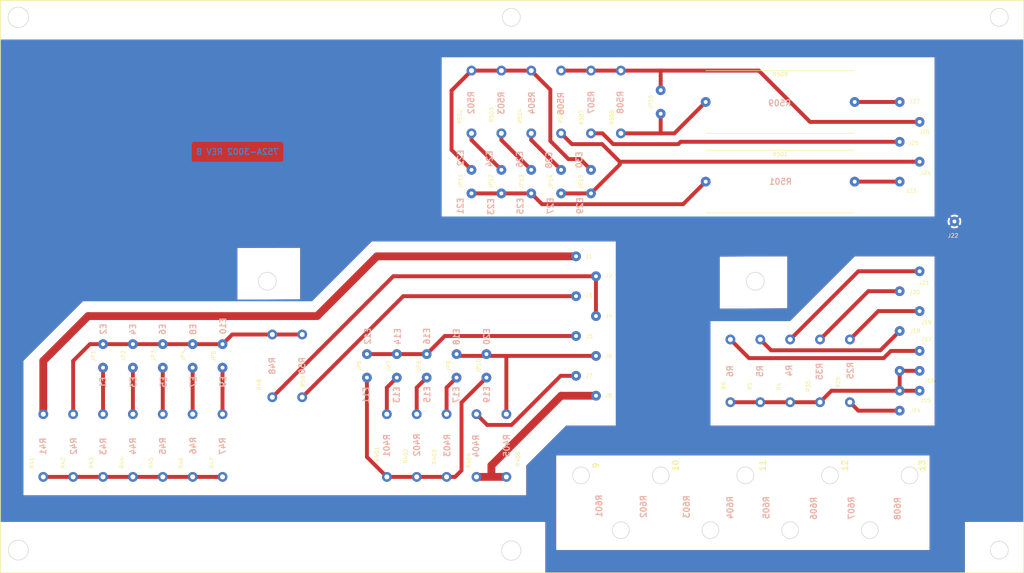
<source format=kicad_pcb>
(kicad_pcb (version 20171130) (host pcbnew "(5.0.2)-1")

  (general
    (thickness 1.6)
    (drawings 96)
    (tracks 121)
    (zones 0)
    (modules 67)
    (nets 38)
  )

  (page A4)
  (layers
    (0 F.Cu signal)
    (31 B.Cu signal)
    (32 B.Adhes user)
    (33 F.Adhes user)
    (34 B.Paste user)
    (35 F.Paste user)
    (36 B.SilkS user)
    (37 F.SilkS user)
    (38 B.Mask user)
    (39 F.Mask user)
    (40 Dwgs.User user)
    (41 Cmts.User user)
    (42 Eco1.User user)
    (43 Eco2.User user)
    (44 Edge.Cuts user)
    (45 Margin user)
    (46 B.CrtYd user)
    (47 F.CrtYd user)
    (48 B.Fab user)
    (49 F.Fab user)
  )

  (setup
    (last_trace_width 1)
    (trace_clearance 1)
    (zone_clearance 0.508)
    (zone_45_only no)
    (trace_min 0.2)
    (segment_width 0.2)
    (edge_width 0.15)
    (via_size 0.8)
    (via_drill 0.4)
    (via_min_size 0.4)
    (via_min_drill 0.3)
    (uvia_size 0.3)
    (uvia_drill 0.1)
    (uvias_allowed no)
    (uvia_min_size 0.2)
    (uvia_min_drill 0.1)
    (pcb_text_width 0.3)
    (pcb_text_size 1.5 1.5)
    (mod_edge_width 0.15)
    (mod_text_size 1 1)
    (mod_text_width 0.15)
    (pad_size 6 6)
    (pad_drill 4.3)
    (pad_to_mask_clearance 0.051)
    (solder_mask_min_width 0.25)
    (aux_axis_origin 0 0)
    (visible_elements 7FFFFFFF)
    (pcbplotparams
      (layerselection 0x010fc_ffffffff)
      (usegerberextensions false)
      (usegerberattributes false)
      (usegerberadvancedattributes false)
      (creategerberjobfile false)
      (excludeedgelayer true)
      (linewidth 0.100000)
      (plotframeref false)
      (viasonmask false)
      (mode 1)
      (useauxorigin false)
      (hpglpennumber 1)
      (hpglpenspeed 20)
      (hpglpendiameter 15.000000)
      (psnegative false)
      (psa4output false)
      (plotreference true)
      (plotvalue true)
      (plotinvisibletext false)
      (padsonsilk false)
      (subtractmaskfromsilk false)
      (outputformat 1)
      (mirror false)
      (drillshape 0)
      (scaleselection 1)
      (outputdirectory "gerber"))
  )

  (net 0 "")
  (net 1 "Net-(J1-Pad1)")
  (net 2 "Net-(J2-Pad1)")
  (net 3 "Net-(J3-Pad1)")
  (net 4 "Net-(J4-Pad1)")
  (net 5 "Net-(J5-Pad1)")
  (net 6 "Net-(J7-Pad1)")
  (net 7 "Net-(J8-Pad1)")
  (net 8 "Net-(J9-Pad1)")
  (net 9 "Net-(J10-Pad1)")
  (net 10 "Net-(J11-Pad1)")
  (net 11 "Net-(J12-Pad1)")
  (net 12 "Net-(J13-Pad1)")
  (net 13 GND)
  (net 14 "Net-(J15-Pad1)")
  (net 15 "Net-(J16-Pad1)")
  (net 16 "Net-(J17-Pad1)")
  (net 17 "Net-(J18-Pad1)")
  (net 18 "Net-(J19-Pad1)")
  (net 19 "Net-(J20-Pad1)")
  (net 20 "Net-(J24-Pad1)")
  (net 21 "Net-(JP1-Pad2)")
  (net 22 "Net-(JP2-Pad2)")
  (net 23 "Net-(JP3-Pad2)")
  (net 24 "Net-(JP4-Pad2)")
  (net 25 "Net-(JP10-Pad2)")
  (net 26 "Net-(JP6-Pad1)")
  (net 27 "Net-(JP7-Pad1)")
  (net 28 "Net-(JP8-Pad1)")
  (net 29 "Net-(JP9-Pad1)")
  (net 30 "Net-(JP10-Pad1)")
  (net 31 "Net-(JP11-Pad2)")
  (net 32 "Net-(JP11-Pad1)")
  (net 33 "Net-(JP12-Pad2)")
  (net 34 "Net-(JP13-Pad2)")
  (net 35 "Net-(JP14-Pad1)")
  (net 36 "Net-(JP15-Pad1)")
  (net 37 "Net-(R1-Pad1)")

  (net_class Default "This is the default net class."
    (clearance 1)
    (trace_width 1)
    (via_dia 0.8)
    (via_drill 0.4)
    (uvia_dia 0.3)
    (uvia_drill 0.1)
    (add_net GND)
    (add_net "Net-(J1-Pad1)")
    (add_net "Net-(J10-Pad1)")
    (add_net "Net-(J11-Pad1)")
    (add_net "Net-(J12-Pad1)")
    (add_net "Net-(J13-Pad1)")
    (add_net "Net-(J15-Pad1)")
    (add_net "Net-(J16-Pad1)")
    (add_net "Net-(J17-Pad1)")
    (add_net "Net-(J18-Pad1)")
    (add_net "Net-(J19-Pad1)")
    (add_net "Net-(J2-Pad1)")
    (add_net "Net-(J20-Pad1)")
    (add_net "Net-(J24-Pad1)")
    (add_net "Net-(J3-Pad1)")
    (add_net "Net-(J4-Pad1)")
    (add_net "Net-(J5-Pad1)")
    (add_net "Net-(J7-Pad1)")
    (add_net "Net-(J8-Pad1)")
    (add_net "Net-(J9-Pad1)")
    (add_net "Net-(JP1-Pad2)")
    (add_net "Net-(JP10-Pad1)")
    (add_net "Net-(JP10-Pad2)")
    (add_net "Net-(JP11-Pad1)")
    (add_net "Net-(JP11-Pad2)")
    (add_net "Net-(JP12-Pad2)")
    (add_net "Net-(JP13-Pad2)")
    (add_net "Net-(JP14-Pad1)")
    (add_net "Net-(JP15-Pad1)")
    (add_net "Net-(JP2-Pad2)")
    (add_net "Net-(JP3-Pad2)")
    (add_net "Net-(JP4-Pad2)")
    (add_net "Net-(JP6-Pad1)")
    (add_net "Net-(JP7-Pad1)")
    (add_net "Net-(JP8-Pad1)")
    (add_net "Net-(JP9-Pad1)")
    (add_net "Net-(R1-Pad1)")
  )

  (module fluke_752A_pcb_specific_components:jumper (layer F.Cu) (tedit 5CBF604C) (tstamp 5CE034E7)
    (at 185.42 41.91 90)
    (path /5CB8E7B4)
    (fp_text reference JP16 (at -0.0127 -2.54 90) (layer F.SilkS)
      (effects (font (size 1 1) (thickness 0.15)))
    )
    (fp_text value "" (at 0 -2 90) (layer F.Fab)
      (effects (font (size 1 1) (thickness 0.15)))
    )
    (pad 2 thru_hole circle (at 3 0 90) (size 2.5 2.5) (drill 1) (layers *.Cu *.Mask)
      (net 9 "Net-(J10-Pad1)"))
    (pad 1 thru_hole circle (at -3 0 90) (size 2.5 2.5) (drill 1) (layers *.Cu *.Mask)
      (net 35 "Net-(JP14-Pad1)"))
  )

  (module fluke_752A_pcb_specific_components:jumper (layer F.Cu) (tedit 5CBF6019) (tstamp 5CE034F5)
    (at 167.64 62.23 270)
    (path /5CB99E1A)
    (fp_text reference JP15 (at 0.0127 2.5908 270) (layer F.SilkS)
      (effects (font (size 1 1) (thickness 0.15)))
    )
    (fp_text value "" (at -0.1143 2.3114 270) (layer F.Fab)
      (effects (font (size 1 1) (thickness 0.15)))
    )
    (pad 2 thru_hole circle (at 3 0 270) (size 2.5 2.5) (drill 1) (layers *.Cu *.Mask)
      (net 11 "Net-(J12-Pad1)"))
    (pad 1 thru_hole circle (at -3 0 270) (size 2.5 2.5) (drill 1) (layers *.Cu *.Mask)
      (net 31 "Net-(JP11-Pad2)"))
  )

  (module fluke_752A_pcb_specific_components:jumper (layer F.Cu) (tedit 5CBF6016) (tstamp 5CE034EE)
    (at 160.02 62.23 270)
    (path /5CB9957F)
    (fp_text reference JP14 (at 0.0127 2.6162 270) (layer F.SilkS)
      (effects (font (size 1 1) (thickness 0.15)))
    )
    (fp_text value "" (at 0 1.3589 270) (layer F.Fab)
      (effects (font (size 1 1) (thickness 0.15)))
    )
    (pad 2 thru_hole circle (at 3 0 270) (size 2.5 2.5) (drill 1) (layers *.Cu *.Mask)
      (net 11 "Net-(J12-Pad1)"))
    (pad 1 thru_hole circle (at -3 0 270) (size 2.5 2.5) (drill 1) (layers *.Cu *.Mask)
      (net 36 "Net-(JP15-Pad1)"))
  )

  (module fluke_752A_pcb_specific_components:jumper (layer F.Cu) (tedit 5CBF6012) (tstamp 5CE034D9)
    (at 152.4 62.23 90)
    (path /5CB94BBD)
    (fp_text reference JP13 (at -0.0127 -2.4765 90) (layer F.SilkS)
      (effects (font (size 1 1) (thickness 0.15)))
    )
    (fp_text value "" (at 0 -2 90) (layer F.Fab)
      (effects (font (size 1 1) (thickness 0.15)))
    )
    (pad 2 thru_hole circle (at 3 0 90) (size 2.5 2.5) (drill 1) (layers *.Cu *.Mask)
      (net 33 "Net-(JP12-Pad2)"))
    (pad 1 thru_hole circle (at -3 0 90) (size 2.5 2.5) (drill 1) (layers *.Cu *.Mask)
      (net 32 "Net-(JP11-Pad1)"))
  )

  (module fluke_752A_pcb_specific_components:jumper (layer F.Cu) (tedit 5CBF600F) (tstamp 5CE034E0)
    (at 144.78 62.23 90)
    (path /5CB952CC)
    (fp_text reference JP12 (at 0.0635 -2.667 90) (layer F.SilkS)
      (effects (font (size 1 1) (thickness 0.15)))
    )
    (fp_text value "" (at 0 -2 90) (layer F.Fab)
      (effects (font (size 1 1) (thickness 0.15)))
    )
    (pad 2 thru_hole circle (at 3 0 90) (size 2.5 2.5) (drill 1) (layers *.Cu *.Mask)
      (net 34 "Net-(JP13-Pad2)"))
    (pad 1 thru_hole circle (at -3 0 90) (size 2.5 2.5) (drill 1) (layers *.Cu *.Mask)
      (net 32 "Net-(JP11-Pad1)"))
  )

  (module fluke_752A_pcb_specific_components:jumper (layer F.Cu) (tedit 5CBF600C) (tstamp 5CE034D2)
    (at 137.16 62.23 90)
    (path /5CB944B2)
    (fp_text reference JP11 (at 0.1905 -2.8194 90) (layer F.SilkS)
      (effects (font (size 1 1) (thickness 0.15)))
    )
    (fp_text value "" (at 0 -2 90) (layer F.Fab)
      (effects (font (size 1 1) (thickness 0.15)))
    )
    (pad 2 thru_hole circle (at 3 0 90) (size 2.5 2.5) (drill 1) (layers *.Cu *.Mask)
      (net 31 "Net-(JP11-Pad2)"))
    (pad 1 thru_hole circle (at -3 0 90) (size 2.5 2.5) (drill 1) (layers *.Cu *.Mask)
      (net 32 "Net-(JP11-Pad1)"))
  )

  (module fluke_752A_pcb_specific_components:jumper (layer F.Cu) (tedit 5CBF5FDB) (tstamp 5CE0349A)
    (at 110.49 109.22 270)
    (path /5CB7BF49)
    (fp_text reference JP6 (at 0 2 270) (layer F.SilkS)
      (effects (font (size 1 1) (thickness 0.15)))
    )
    (fp_text value "" (at 0 -2 270) (layer F.Fab)
      (effects (font (size 1 1) (thickness 0.15)))
    )
    (pad 2 thru_hole circle (at 3 0 270) (size 2.5 2.5) (drill 1) (layers *.Cu *.Mask)
      (net 23 "Net-(JP3-Pad2)"))
    (pad 1 thru_hole circle (at -3 0 270) (size 2.5 2.5) (drill 1) (layers *.Cu *.Mask)
      (net 6 "Net-(J7-Pad1)"))
  )

  (module fluke_752A_pcb_specific_components:jumper (layer F.Cu) (tedit 5CBF5FEB) (tstamp 5CE034A8)
    (at 140.97 109.22 270)
    (path /5CB7C387)
    (fp_text reference JP10 (at 0 2 270) (layer F.SilkS)
      (effects (font (size 1 1) (thickness 0.15)))
    )
    (fp_text value "" (at 0 -2 270) (layer F.Fab)
      (effects (font (size 1 1) (thickness 0.15)))
    )
    (pad 2 thru_hole circle (at 3 0 270) (size 2.5 2.5) (drill 1) (layers *.Cu *.Mask)
      (net 23 "Net-(JP3-Pad2)"))
    (pad 1 thru_hole circle (at -3 0 270) (size 2.5 2.5) (drill 1) (layers *.Cu *.Mask)
      (net 1 "Net-(J1-Pad1)"))
  )

  (module fluke_752A_pcb_specific_components:jumper (layer F.Cu) (tedit 5CBF5FE5) (tstamp 5CE03E55)
    (at 133.35 109.22 270)
    (path /5CB7C16A)
    (fp_text reference JP9 (at 0 2 270) (layer F.SilkS)
      (effects (font (size 1 1) (thickness 0.15)))
    )
    (fp_text value "" (at 0 -2 270) (layer F.Fab)
      (effects (font (size 1 1) (thickness 0.15)))
    )
    (pad 2 thru_hole circle (at 3 0 270) (size 2.5 2.5) (drill 1) (layers *.Cu *.Mask)
      (net 24 "Net-(JP4-Pad2)"))
    (pad 1 thru_hole circle (at -3 0 270) (size 2.5 2.5) (drill 1) (layers *.Cu *.Mask)
      (net 1 "Net-(J1-Pad1)"))
  )

  (module fluke_752A_pcb_specific_components:jumper (layer F.Cu) (tedit 5CBF5FE2) (tstamp 5CE03493)
    (at 125.73 109.22 270)
    (path /5CB7BD32)
    (fp_text reference JP8 (at 0 2 270) (layer F.SilkS)
      (effects (font (size 1 1) (thickness 0.15)))
    )
    (fp_text value "" (at 0 -2 270) (layer F.Fab)
      (effects (font (size 1 1) (thickness 0.15)))
    )
    (pad 2 thru_hole circle (at 3 0 270) (size 2.5 2.5) (drill 1) (layers *.Cu *.Mask)
      (net 22 "Net-(JP2-Pad2)"))
    (pad 1 thru_hole circle (at -3 0 270) (size 2.5 2.5) (drill 1) (layers *.Cu *.Mask)
      (net 6 "Net-(J7-Pad1)"))
  )

  (module fluke_752A_pcb_specific_components:jumper (layer F.Cu) (tedit 5CBF5FDE) (tstamp 5CE0348C)
    (at 118.11 109.22 270)
    (path /5CB7AF4F)
    (fp_text reference JP7 (at 0 2 270) (layer F.SilkS)
      (effects (font (size 1 1) (thickness 0.15)))
    )
    (fp_text value "" (at 0 -2 270) (layer F.Fab)
      (effects (font (size 1 1) (thickness 0.15)))
    )
    (pad 2 thru_hole circle (at 3 0 270) (size 2.5 2.5) (drill 1) (layers *.Cu *.Mask)
      (net 21 "Net-(JP1-Pad2)"))
    (pad 1 thru_hole circle (at -3 0 270) (size 2.5 2.5) (drill 1) (layers *.Cu *.Mask)
      (net 6 "Net-(J7-Pad1)"))
  )

  (module fluke_752A_pcb_specific_components:jumper (layer F.Cu) (tedit 5CBF5F12) (tstamp 5CE03E0D)
    (at 43.18 106.68 90)
    (path /5CB76049)
    (fp_text reference JP1 (at -0.0381 -2.4892 90) (layer F.SilkS)
      (effects (font (size 1 1) (thickness 0.15)))
    )
    (fp_text value "" (at 0 -2 90) (layer F.Fab)
      (effects (font (size 1 1) (thickness 0.15)))
    )
    (pad 2 thru_hole circle (at 3 0 90) (size 2.5 2.5) (drill 1) (layers *.Cu *.Mask)
      (net 25 "Net-(JP10-Pad2)"))
    (pad 1 thru_hole circle (at -3 0 90) (size 2.5 2.5) (drill 1) (layers *.Cu *.Mask)
      (net 27 "Net-(JP7-Pad1)"))
  )

  (module fluke_752A_pcb_specific_components:jumper (layer F.Cu) (tedit 5CBF5FAA) (tstamp 5CE03C0A)
    (at 73.66 106.68 90)
    (path /5CB76642)
    (fp_text reference JP5 (at -0.0381 -2.286 90) (layer F.SilkS)
      (effects (font (size 1 1) (thickness 0.15)))
    )
    (fp_text value "" (at 0 -2 90) (layer F.Fab)
      (effects (font (size 1 1) (thickness 0.15)))
    )
    (pad 2 thru_hole circle (at 3 0 90) (size 2.5 2.5) (drill 1) (layers *.Cu *.Mask)
      (net 25 "Net-(JP10-Pad2)"))
    (pad 1 thru_hole circle (at -3 0 90) (size 2.5 2.5) (drill 1) (layers *.Cu *.Mask)
      (net 29 "Net-(JP9-Pad1)"))
  )

  (module fluke_752A_pcb_specific_components:jumper (layer F.Cu) (tedit 5CBF5F65) (tstamp 5CE03EF4)
    (at 66.04 106.68 90)
    (path /5CB766C6)
    (fp_text reference JP4 (at 0.0635 -2.413 90) (layer F.SilkS)
      (effects (font (size 1 1) (thickness 0.15)))
    )
    (fp_text value "" (at 0 -2 90) (layer F.Fab)
      (effects (font (size 1 1) (thickness 0.15)))
    )
    (pad 2 thru_hole circle (at 3 0 90) (size 2.5 2.5) (drill 1) (layers *.Cu *.Mask)
      (net 25 "Net-(JP10-Pad2)"))
    (pad 1 thru_hole circle (at -3 0 90) (size 2.5 2.5) (drill 1) (layers *.Cu *.Mask)
      (net 30 "Net-(JP10-Pad1)"))
  )

  (module fluke_752A_pcb_specific_components:jumper (layer F.Cu) (tedit 5CBF5F45) (tstamp 5CE03E7C)
    (at 58.42 106.68 90)
    (path /5CB765C2)
    (fp_text reference JP3 (at 0.0635 -2.3876 90) (layer F.SilkS)
      (effects (font (size 1 1) (thickness 0.15)))
    )
    (fp_text value "" (at 0 -2 90) (layer F.Fab)
      (effects (font (size 1 1) (thickness 0.15)))
    )
    (pad 2 thru_hole circle (at 3 0 90) (size 2.5 2.5) (drill 1) (layers *.Cu *.Mask)
      (net 25 "Net-(JP10-Pad2)"))
    (pad 1 thru_hole circle (at -3 0 90) (size 2.5 2.5) (drill 1) (layers *.Cu *.Mask)
      (net 28 "Net-(JP8-Pad1)"))
  )

  (module fluke_752A_pcb_specific_components:jumper (layer F.Cu) (tedit 5CBF5F31) (tstamp 5CE03EB8)
    (at 50.8 106.68 90)
    (path /5CB7704F)
    (fp_text reference JP2 (at 0.1016 -2.4638 90) (layer F.SilkS)
      (effects (font (size 1 1) (thickness 0.15)))
    )
    (fp_text value "" (at 0 -2 90) (layer F.Fab)
      (effects (font (size 1 1) (thickness 0.15)))
    )
    (pad 2 thru_hole circle (at 3 0 90) (size 2.5 2.5) (drill 1) (layers *.Cu *.Mask)
      (net 25 "Net-(JP10-Pad2)"))
    (pad 1 thru_hole circle (at -3 0 90) (size 2.5 2.5) (drill 1) (layers *.Cu *.Mask)
      (net 26 "Net-(JP6-Pad1)"))
  )

  (module "fluke_752A_pcb_specific_components:Resistor Fluke 752A" (layer F.Cu) (tedit 5CBF5CE9) (tstamp 5CE0357D)
    (at 175.26 41.91 270)
    (path /5CB890FD)
    (fp_text reference R508 (at 3.937 2.3114 270) (layer F.SilkS)
      (effects (font (size 1 1) (thickness 0.15)))
    )
    (fp_text value R (at -4.3434 2.0955 270) (layer F.Fab)
      (effects (font (size 1 1) (thickness 0.15)))
    )
    (pad 1 thru_hole circle (at -8 0 270) (size 2.5 2.5) (drill 1.25) (layers *.Cu *.Mask)
      (net 9 "Net-(J10-Pad1)"))
    (pad 2 thru_hole circle (at 8 0 270) (size 2.5 2.5) (drill 1.25) (layers *.Cu *.Mask)
      (net 35 "Net-(JP14-Pad1)"))
  )

  (module "fluke_752A_pcb_specific_components:Resistor Fluke 752A" (layer F.Cu) (tedit 5CBF5CE9) (tstamp 5CE035BD)
    (at 167.64 41.91 90)
    (path /5CB89697)
    (fp_text reference R507 (at -3.937 -2.4257 90) (layer F.SilkS)
      (effects (font (size 1 1) (thickness 0.15)))
    )
    (fp_text value 1k (at 3.8989 -2.1971 90) (layer F.Fab)
      (effects (font (size 1 1) (thickness 0.15)))
    )
    (pad 1 thru_hole circle (at -8 0 90) (size 2.5 2.5) (drill 1.25) (layers *.Cu *.Mask)
      (net 10 "Net-(J11-Pad1)"))
    (pad 2 thru_hole circle (at 8 0 90) (size 2.5 2.5) (drill 1.25) (layers *.Cu *.Mask)
      (net 9 "Net-(J10-Pad1)"))
  )

  (module "fluke_752A_pcb_specific_components:Resistor Fluke 752A" (layer F.Cu) (tedit 5CBF5CE9) (tstamp 5CE035C5)
    (at 160.02 41.91 90)
    (path /5CB89C37)
    (fp_text reference R506 (at -3.6068 -0.1778 90) (layer F.SilkS)
      (effects (font (size 1 1) (thickness 0.15)))
    )
    (fp_text value 250 (at 4.0132 -0.5207 90) (layer F.Fab)
      (effects (font (size 1 1) (thickness 0.15)))
    )
    (pad 1 thru_hole circle (at -8 0 90) (size 2.5 2.5) (drill 1.25) (layers *.Cu *.Mask)
      (net 11 "Net-(J12-Pad1)"))
    (pad 2 thru_hole circle (at 8 0 90) (size 2.5 2.5) (drill 1.25) (layers *.Cu *.Mask)
      (net 9 "Net-(J10-Pad1)"))
  )

  (module "fluke_752A_pcb_specific_components:Resistor Fluke 752A" (layer F.Cu) (tedit 5CBF5CE9) (tstamp 5CE035CD)
    (at 152.4 41.91 90)
    (path /5CB8AD25)
    (fp_text reference R504 (at -3.6068 -2.8702 90) (layer F.SilkS)
      (effects (font (size 1 1) (thickness 0.15)))
    )
    (fp_text value 15 (at 4.1275 -2.6416 90) (layer F.Fab)
      (effects (font (size 1 1) (thickness 0.15)))
    )
    (pad 1 thru_hole circle (at -8 0 90) (size 2.5 2.5) (drill 1.25) (layers *.Cu *.Mask)
      (net 36 "Net-(JP15-Pad1)"))
    (pad 2 thru_hole circle (at 8 0 90) (size 2.5 2.5) (drill 1.25) (layers *.Cu *.Mask)
      (net 31 "Net-(JP11-Pad2)"))
  )

  (module "fluke_752A_pcb_specific_components:Resistor Fluke 752A" (layer F.Cu) (tedit 5CBF5CE9) (tstamp 5CE03585)
    (at 144.78 41.91 270)
    (path /5CB8A1D7)
    (fp_text reference R503 (at 3.2639 2.54 270) (layer F.SilkS)
      (effects (font (size 1 1) (thickness 0.15)))
    )
    (fp_text value 10 (at -3.8989 2.54 270) (layer F.Fab)
      (effects (font (size 1 1) (thickness 0.15)))
    )
    (pad 1 thru_hole circle (at -8 0 270) (size 2.5 2.5) (drill 1.25) (layers *.Cu *.Mask)
      (net 31 "Net-(JP11-Pad2)"))
    (pad 2 thru_hole circle (at 8 0 270) (size 2.5 2.5) (drill 1.25) (layers *.Cu *.Mask)
      (net 33 "Net-(JP12-Pad2)"))
  )

  (module "fluke_752A_pcb_specific_components:Resistor Fluke 752A" (layer F.Cu) (tedit 5CBF5CE9) (tstamp 5CE0358D)
    (at 137.16 41.91 270)
    (path /5CB8A77B)
    (fp_text reference R502 (at 3.7211 2.9845 270) (layer F.SilkS)
      (effects (font (size 1 1) (thickness 0.15)))
    )
    (fp_text value 10 (at -3.8989 2.7559 270) (layer F.Fab)
      (effects (font (size 1 1) (thickness 0.15)))
    )
    (pad 1 thru_hole circle (at -8 0 270) (size 2.5 2.5) (drill 1.25) (layers *.Cu *.Mask)
      (net 31 "Net-(JP11-Pad2)"))
    (pad 2 thru_hole circle (at 8 0 270) (size 2.5 2.5) (drill 1.25) (layers *.Cu *.Mask)
      (net 34 "Net-(JP13-Pad2)"))
  )

  (module "fluke_752A_pcb_specific_components:resistor cilindrico" (layer F.Cu) (tedit 5CBDB6AC) (tstamp 5CE0356D)
    (at 215.9 41.91 180)
    (path /5CB88949)
    (fp_text reference R509 (at 0 7 180) (layer F.SilkS)
      (effects (font (size 1 1) (thickness 0.15)))
    )
    (fp_text value R (at 0 -7 180) (layer F.Fab)
      (effects (font (size 1 1) (thickness 0.15)))
    )
    (fp_line (start -19 8) (end 19 8) (layer F.SilkS) (width 0.15))
    (fp_line (start 19 -8) (end -19 -8) (layer F.SilkS) (width 0.15))
    (pad 2 thru_hole circle (at -19 0 180) (size 2.5 2.5) (drill 1) (layers *.Cu *.Mask)
      (net 8 "Net-(J9-Pad1)"))
    (pad 1 thru_hole circle (at 19 0 180) (size 2.5 2.5) (drill 1) (layers *.Cu *.Mask)
      (net 35 "Net-(JP14-Pad1)"))
  )

  (module "fluke_752A_pcb_specific_components:Resistor Fluke 752A" (layer F.Cu) (tedit 5CBF5CE9) (tstamp 5CE03F1C)
    (at 233.68 110.49 90)
    (path /5CBABDE4)
    (fp_text reference R25 (at -2.9591 -2.9845 90) (layer F.SilkS)
      (effects (font (size 1 1) (thickness 0.15)))
    )
    (fp_text value R (at 1.6891 -3.1115 90) (layer F.Fab)
      (effects (font (size 1 1) (thickness 0.15)))
    )
    (pad 1 thru_hole circle (at -8 0 90) (size 2.5 2.5) (drill 1.25) (layers *.Cu *.Mask)
      (net 20 "Net-(J24-Pad1)"))
    (pad 2 thru_hole circle (at 8 0 90) (size 2.5 2.5) (drill 1.25) (layers *.Cu *.Mask)
      (net 16 "Net-(J17-Pad1)"))
  )

  (module "fluke_752A_pcb_specific_components:Resistor Fluke 752A" (layer F.Cu) (tedit 5CBF5CE9) (tstamp 5CE035AD)
    (at 226.06 110.49 270)
    (path /5CBA35D2)
    (fp_text reference R35 (at 3.9116 3 270) (layer F.SilkS)
      (effects (font (size 1 1) (thickness 0.15)))
    )
    (fp_text value R (at -1.8161 3.1369 270) (layer F.Fab)
      (effects (font (size 1 1) (thickness 0.15)))
    )
    (pad 1 thru_hole circle (at -8 0 270) (size 2.5 2.5) (drill 1.25) (layers *.Cu *.Mask)
      (net 15 "Net-(J16-Pad1)"))
    (pad 2 thru_hole circle (at 8 0 270) (size 2.5 2.5) (drill 1.25) (layers *.Cu *.Mask)
      (net 19 "Net-(J20-Pad1)"))
  )

  (module "fluke_752A_pcb_specific_components:Resistor Fluke 752A" (layer F.Cu) (tedit 5CBF5CE9) (tstamp 5CE035B5)
    (at 218.44 110.49 270)
    (path /5CBA3FE1)
    (fp_text reference R4 (at 4.0513 2.8829 270) (layer F.SilkS)
      (effects (font (size 1 1) (thickness 0.15)))
    )
    (fp_text value 15 (at -1.27 2.8829 270) (layer F.Fab)
      (effects (font (size 1 1) (thickness 0.15)))
    )
    (pad 1 thru_hole circle (at -8 0 270) (size 2.5 2.5) (drill 1.25) (layers *.Cu *.Mask)
      (net 14 "Net-(J15-Pad1)"))
    (pad 2 thru_hole circle (at 8 0 270) (size 2.5 2.5) (drill 1.25) (layers *.Cu *.Mask)
      (net 19 "Net-(J20-Pad1)"))
  )

  (module "fluke_752A_pcb_specific_components:Resistor Fluke 752A" (layer F.Cu) (tedit 5CBF5CE9) (tstamp 5CE0359D)
    (at 210.82 110.49 270)
    (path /5CBA21BC)
    (fp_text reference R5 (at 3.9116 2.6416 270) (layer F.SilkS)
      (effects (font (size 1 1) (thickness 0.15)))
    )
    (fp_text value 15 (at -1.27 2.3622 270) (layer F.Fab)
      (effects (font (size 1 1) (thickness 0.15)))
    )
    (pad 1 thru_hole circle (at -8 0 270) (size 2.5 2.5) (drill 1.25) (layers *.Cu *.Mask)
      (net 17 "Net-(J18-Pad1)"))
    (pad 2 thru_hole circle (at 8 0 270) (size 2.5 2.5) (drill 1.25) (layers *.Cu *.Mask)
      (net 19 "Net-(J20-Pad1)"))
  )

  (module "fluke_752A_pcb_specific_components:Resistor Fluke 752A" (layer F.Cu) (tedit 5CBF5CE9) (tstamp 5CE035A5)
    (at 203.2 110.49 270)
    (path /5CBA2BC5)
    (fp_text reference R6 (at 3.7719 1.7018 270) (layer F.SilkS)
      (effects (font (size 1 1) (thickness 0.15)))
    )
    (fp_text value 15 (at -1.27 1.8415 270) (layer F.Fab)
      (effects (font (size 1 1) (thickness 0.15)))
    )
    (pad 1 thru_hole circle (at -8 0 270) (size 2.5 2.5) (drill 1.25) (layers *.Cu *.Mask)
      (net 18 "Net-(J19-Pad1)"))
    (pad 2 thru_hole circle (at 8 0 270) (size 2.5 2.5) (drill 1.25) (layers *.Cu *.Mask)
      (net 19 "Net-(J20-Pad1)"))
  )

  (module "fluke_752A_pcb_specific_components:Resistor Fluke 752A" (layer F.Cu) (tedit 5CBF5CE9) (tstamp 5CE03F07)
    (at 146.05 129.54 90)
    (path /5CB7471D)
    (fp_text reference R405 (at -3.46 3 90) (layer F.SilkS)
      (effects (font (size 1 1) (thickness 0.15)))
    )
    (fp_text value 300 (at 2.2225 -2.5527 90) (layer F.Fab)
      (effects (font (size 1 1) (thickness 0.15)))
    )
    (pad 1 thru_hole circle (at -8 0 90) (size 2.5 2.5) (drill 1.25) (layers *.Cu *.Mask)
      (net 2 "Net-(J2-Pad1)"))
    (pad 2 thru_hole circle (at 8 0 90) (size 2.5 2.5) (drill 1.25) (layers *.Cu *.Mask)
      (net 1 "Net-(J1-Pad1)"))
  )

  (module "fluke_752A_pcb_specific_components:Resistor Fluke 752A" (layer F.Cu) (tedit 5CBF5CE9) (tstamp 5CE03525)
    (at 138.43 129.54 90)
    (path /5CB74A1E)
    (fp_text reference R404 (at -3.7973 -1.9812 90) (layer F.SilkS)
      (effects (font (size 1 1) (thickness 0.15)))
    )
    (fp_text value 30 (at 4.0386 -2.2098 90) (layer F.Fab)
      (effects (font (size 1 1) (thickness 0.15)))
    )
    (pad 1 thru_hole circle (at -8 0 90) (size 2.5 2.5) (drill 1.25) (layers *.Cu *.Mask)
      (net 2 "Net-(J2-Pad1)"))
    (pad 2 thru_hole circle (at 8 0 90) (size 2.5 2.5) (drill 1.25) (layers *.Cu *.Mask)
      (net 7 "Net-(J8-Pad1)"))
  )

  (module "fluke_752A_pcb_specific_components:Resistor Fluke 752A" (layer F.Cu) (tedit 5CBF5CE9) (tstamp 5CE03E41)
    (at 130.81 129.54 90)
    (path /5CB749A5)
    (fp_text reference R403 (at -2.8956 -3.1115 90) (layer F.SilkS)
      (effects (font (size 1 1) (thickness 0.15)))
    )
    (fp_text value 90 (at 3.8227 -3 90) (layer F.Fab)
      (effects (font (size 1 1) (thickness 0.15)))
    )
    (pad 1 thru_hole circle (at -8 0 90) (size 2.5 2.5) (drill 1.25) (layers *.Cu *.Mask)
      (net 23 "Net-(JP3-Pad2)"))
    (pad 2 thru_hole circle (at 8 0 90) (size 2.5 2.5) (drill 1.25) (layers *.Cu *.Mask)
      (net 24 "Net-(JP4-Pad2)"))
  )

  (module "fluke_752A_pcb_specific_components:Resistor Fluke 752A" (layer F.Cu) (tedit 5CBF5CE9) (tstamp 5CE0350D)
    (at 123.19 129.54 90)
    (path /5CB7493A)
    (fp_text reference R402 (at -2.667 -2.7813 90) (layer F.SilkS)
      (effects (font (size 1 1) (thickness 0.15)))
    )
    (fp_text value 60 (at 3.7084 -2.7813 90) (layer F.Fab)
      (effects (font (size 1 1) (thickness 0.15)))
    )
    (pad 1 thru_hole circle (at -8 0 90) (size 2.5 2.5) (drill 1.25) (layers *.Cu *.Mask)
      (net 23 "Net-(JP3-Pad2)"))
    (pad 2 thru_hole circle (at 8 0 90) (size 2.5 2.5) (drill 1.25) (layers *.Cu *.Mask)
      (net 22 "Net-(JP2-Pad2)"))
  )

  (module "fluke_752A_pcb_specific_components:Resistor Fluke 752A" (layer F.Cu) (tedit 5CBF5CE9) (tstamp 5CE03505)
    (at 115.57 129.54 90)
    (path /5CB748C5)
    (fp_text reference R401 (at -2.2098 -2.5527 90) (layer F.SilkS)
      (effects (font (size 1 1) (thickness 0.15)))
    )
    (fp_text value 60 (at 3.8227 -2.5527 90) (layer F.Fab)
      (effects (font (size 1 1) (thickness 0.15)))
    )
    (pad 1 thru_hole circle (at -8 0 90) (size 2.5 2.5) (drill 1.25) (layers *.Cu *.Mask)
      (net 23 "Net-(JP3-Pad2)"))
    (pad 2 thru_hole circle (at 8 0 90) (size 2.5 2.5) (drill 1.25) (layers *.Cu *.Mask)
      (net 21 "Net-(JP1-Pad2)"))
  )

  (module "fluke_752A_pcb_specific_components:Resistor Fluke 752A" (layer F.Cu) (tedit 5CBF5CE9) (tstamp 5CE03E68)
    (at 93.98 109.22 90)
    (path /5CB747F7)
    (fp_text reference R50 (at -3.9497 0.1778 90) (layer F.SilkS)
      (effects (font (size 1 1) (thickness 0.15)))
    )
    (fp_text value 200 (at 5.207 -2.6162 90) (layer F.Fab)
      (effects (font (size 1 1) (thickness 0.15)))
    )
    (pad 1 thru_hole circle (at -8 0 90) (size 2.5 2.5) (drill 1.25) (layers *.Cu *.Mask)
      (net 5 "Net-(J5-Pad1)"))
    (pad 2 thru_hole circle (at 8 0 90) (size 2.5 2.5) (drill 1.25) (layers *.Cu *.Mask)
      (net 25 "Net-(JP10-Pad2)"))
  )

  (module "fluke_752A_pcb_specific_components:Resistor Fluke 752A" (layer F.Cu) (tedit 5CBF5CE9) (tstamp 5CE04BD8)
    (at 86.36 109.22 90)
    (path /5CB7485C)
    (fp_text reference R48 (at -4.78 -3.36 90) (layer F.SilkS)
      (effects (font (size 1 1) (thickness 0.15)))
    )
    (fp_text value 60 (at 4.22 -3 90) (layer F.Fab)
      (effects (font (size 1 1) (thickness 0.15)))
    )
    (pad 1 thru_hole circle (at -8 0 90) (size 2.5 2.5) (drill 1.25) (layers *.Cu *.Mask)
      (net 4 "Net-(J4-Pad1)"))
    (pad 2 thru_hole circle (at 8 0 90) (size 2.5 2.5) (drill 1.25) (layers *.Cu *.Mask)
      (net 25 "Net-(JP10-Pad2)"))
  )

  (module "fluke_752A_pcb_specific_components:Resistor Fluke 752A" (layer F.Cu) (tedit 5CBF5CE9) (tstamp 5CE03545)
    (at 73.66 129.54 270)
    (path /5CB7460E)
    (fp_text reference R47 (at 4.46 2.66 270) (layer F.SilkS)
      (effects (font (size 1 1) (thickness 0.15)))
    )
    (fp_text value 125 (at -3.54 2.66 270) (layer F.Fab)
      (effects (font (size 1 1) (thickness 0.15)))
    )
    (pad 1 thru_hole circle (at -8 0 270) (size 2.5 2.5) (drill 1.25) (layers *.Cu *.Mask)
      (net 29 "Net-(JP9-Pad1)"))
    (pad 2 thru_hole circle (at 8 0 270) (size 2.5 2.5) (drill 1.25) (layers *.Cu *.Mask)
      (net 37 "Net-(R1-Pad1)"))
  )

  (module "fluke_752A_pcb_specific_components:Resistor Fluke 752A" (layer F.Cu) (tedit 5CBF5CE9) (tstamp 5CE0354D)
    (at 66.04 129.54 270)
    (path /5CB74667)
    (fp_text reference R46 (at 4.46 3 270) (layer F.SilkS)
      (effects (font (size 1 1) (thickness 0.15)))
    )
    (fp_text value 250 (at -3.54 3.04 270) (layer F.Fab)
      (effects (font (size 1 1) (thickness 0.15)))
    )
    (pad 1 thru_hole circle (at -8 0 270) (size 2.5 2.5) (drill 1.25) (layers *.Cu *.Mask)
      (net 30 "Net-(JP10-Pad1)"))
    (pad 2 thru_hole circle (at 8 0 270) (size 2.5 2.5) (drill 1.25) (layers *.Cu *.Mask)
      (net 37 "Net-(R1-Pad1)"))
  )

  (module "fluke_752A_pcb_specific_components:Resistor Fluke 752A" (layer F.Cu) (tedit 5CBF5CE9) (tstamp 5CE03ECB)
    (at 58.42 129.54 270)
    (path /5CB745B7)
    (fp_text reference R45 (at 4.46 3 270) (layer F.SilkS)
      (effects (font (size 1 1) (thickness 0.15)))
    )
    (fp_text value 500 (at -3.54 2.42 270) (layer F.Fab)
      (effects (font (size 1 1) (thickness 0.15)))
    )
    (pad 1 thru_hole circle (at -8 0 270) (size 2.5 2.5) (drill 1.25) (layers *.Cu *.Mask)
      (net 28 "Net-(JP8-Pad1)"))
    (pad 2 thru_hole circle (at 8 0 270) (size 2.5 2.5) (drill 1.25) (layers *.Cu *.Mask)
      (net 37 "Net-(R1-Pad1)"))
  )

  (module "fluke_752A_pcb_specific_components:Resistor Fluke 752A" (layer F.Cu) (tedit 5CBF5CE9) (tstamp 5CE03E2C)
    (at 50.8 129.54 270)
    (path /5CB74790)
    (fp_text reference R44 (at 4.46 2.8 270) (layer F.SilkS)
      (effects (font (size 1 1) (thickness 0.15)))
    )
    (fp_text value 1k (at -3.54 2.8 270) (layer F.Fab)
      (effects (font (size 1 1) (thickness 0.15)))
    )
    (pad 1 thru_hole circle (at -8 0 270) (size 2.5 2.5) (drill 1.25) (layers *.Cu *.Mask)
      (net 26 "Net-(JP6-Pad1)"))
    (pad 2 thru_hole circle (at 8 0 270) (size 2.5 2.5) (drill 1.25) (layers *.Cu *.Mask)
      (net 37 "Net-(R1-Pad1)"))
  )

  (module "fluke_752A_pcb_specific_components:Resistor Fluke 752A" (layer F.Cu) (tedit 5CBF5CE9) (tstamp 5CE03EA4)
    (at 43.18 129.54 270)
    (path /5CB74564)
    (fp_text reference R43 (at 4.46 3 270) (layer F.SilkS)
      (effects (font (size 1 1) (thickness 0.15)))
    )
    (fp_text value 2k (at -3.54 3.18 270) (layer F.Fab)
      (effects (font (size 1 1) (thickness 0.15)))
    )
    (pad 1 thru_hole circle (at -8 0 270) (size 2.5 2.5) (drill 1.25) (layers *.Cu *.Mask)
      (net 27 "Net-(JP7-Pad1)"))
    (pad 2 thru_hole circle (at 8 0 270) (size 2.5 2.5) (drill 1.25) (layers *.Cu *.Mask)
      (net 37 "Net-(R1-Pad1)"))
  )

  (module "fluke_752A_pcb_specific_components:Resistor Fluke 752A" (layer F.Cu) (tedit 5CBF5CE9) (tstamp 5CE03EE0)
    (at 35.56 129.54 270)
    (path /5CB746C4)
    (fp_text reference R42 (at 4.46 2.56 270) (layer F.SilkS)
      (effects (font (size 1 1) (thickness 0.15)))
    )
    (fp_text value 48 (at -3.54 2.56 270) (layer F.Fab)
      (effects (font (size 1 1) (thickness 0.15)))
    )
    (pad 1 thru_hole circle (at -8 0 270) (size 2.5 2.5) (drill 1.25) (layers *.Cu *.Mask)
      (net 25 "Net-(JP10-Pad2)"))
    (pad 2 thru_hole circle (at 8 0 270) (size 2.5 2.5) (drill 1.25) (layers *.Cu *.Mask)
      (net 37 "Net-(R1-Pad1)"))
  )

  (module "fluke_752A_pcb_specific_components:Resistor Fluke 752A" (layer F.Cu) (tedit 5CBF5CE9) (tstamp 5CE03E8F)
    (at 27.94 129.54 90)
    (path /5CB74326)
    (fp_text reference R41 (at -4.46 -2.94 90) (layer F.SilkS)
      (effects (font (size 1 1) (thickness 0.15)))
    )
    (fp_text value R (at 3.54 -2.94 90) (layer F.Fab)
      (effects (font (size 1 1) (thickness 0.15)))
    )
    (pad 1 thru_hole circle (at -8 0 90) (size 2.5 2.5) (drill 1.25) (layers *.Cu *.Mask)
      (net 37 "Net-(R1-Pad1)"))
    (pad 2 thru_hole circle (at 8 0 90) (size 2.5 2.5) (drill 1.25) (layers *.Cu *.Mask)
      (net 3 "Net-(J3-Pad1)"))
  )

  (module fluke_752A_pcb_specific_components:pin (layer F.Cu) (tedit 5CBF2579) (tstamp 5CE033E5)
    (at 168.91 106.68)
    (path /5CB714B1)
    (fp_text reference J6 (at 3.2258 0) (layer F.SilkS)
      (effects (font (size 1 1) (thickness 0.15)))
    )
    (fp_text value F (at 0 -2) (layer F.Fab)
      (effects (font (size 1 1) (thickness 0.15)))
    )
    (pad 1 thru_hole circle (at 0 0) (size 2.5 2.5) (drill 1) (layers *.Cu *.Mask)
      (net 1 "Net-(J1-Pad1)"))
  )

  (module fluke_752A_pcb_specific_components:pin (layer F.Cu) (tedit 5CBF25B9) (tstamp 5CE033EA)
    (at 168.91 116.84)
    (path /5CB71528)
    (fp_text reference J8 (at 3.175 -0.0254) (layer F.SilkS)
      (effects (font (size 1 1) (thickness 0.15)))
    )
    (fp_text value H (at 0 -2) (layer F.Fab)
      (effects (font (size 1 1) (thickness 0.15)))
    )
    (pad 1 thru_hole circle (at 0 0) (size 2.5 2.5) (drill 1) (layers *.Cu *.Mask)
      (net 2 "Net-(J2-Pad1)"))
  )

  (module fluke_752A_pcb_specific_components:pin (layer F.Cu) (tedit 5CBF26C1) (tstamp 5CE033EF)
    (at 163.83 81.28)
    (path /5CB7112C)
    (fp_text reference J1 (at 3.3274 -0.0508) (layer F.SilkS)
      (effects (font (size 1 1) (thickness 0.15)))
    )
    (fp_text value A (at 0 -2) (layer F.Fab)
      (effects (font (size 1 1) (thickness 0.15)))
    )
    (pad 1 thru_hole circle (at 0 0) (size 2.5 2.5) (drill 1) (layers *.Cu *.Mask)
      (net 3 "Net-(J3-Pad1)"))
  )

  (module fluke_752A_pcb_specific_components:pin (layer F.Cu) (tedit 5CBF270A) (tstamp 5CE033F4)
    (at 168.91 86.36)
    (path /5CB713B1)
    (fp_text reference J2 (at 3.3274 -0.0635) (layer F.SilkS)
      (effects (font (size 1 1) (thickness 0.15)))
    )
    (fp_text value B (at 0 -2) (layer F.Fab)
      (effects (font (size 1 1) (thickness 0.15)))
    )
    (pad 1 thru_hole circle (at 0 0) (size 2.5 2.5) (drill 1) (layers *.Cu *.Mask)
      (net 4 "Net-(J4-Pad1)"))
  )

  (module fluke_752A_pcb_specific_components:pin (layer F.Cu) (tedit 5CBF272A) (tstamp 5CE033F9)
    (at 163.83 91.44)
    (path /5CB71406)
    (fp_text reference J3 (at 3.1877 -0.1651) (layer F.SilkS)
      (effects (font (size 1 1) (thickness 0.15)))
    )
    (fp_text value C (at 0 -2) (layer F.Fab)
      (effects (font (size 1 1) (thickness 0.15)))
    )
    (pad 1 thru_hole circle (at 0 0) (size 2.5 2.5) (drill 1) (layers *.Cu *.Mask)
      (net 5 "Net-(J5-Pad1)"))
  )

  (module fluke_752A_pcb_specific_components:pin (layer F.Cu) (tedit 5CBF270F) (tstamp 5CE033FE)
    (at 168.91 96.52)
    (path /5CB71440)
    (fp_text reference J4 (at 3.2766 -0.0762) (layer F.SilkS)
      (effects (font (size 1 1) (thickness 0.15)))
    )
    (fp_text value D (at 0 -2) (layer F.Fab)
      (effects (font (size 1 1) (thickness 0.15)))
    )
    (pad 1 thru_hole circle (at 0 0) (size 2.5 2.5) (drill 1) (layers *.Cu *.Mask)
      (net 4 "Net-(J4-Pad1)"))
  )

  (module fluke_752A_pcb_specific_components:pin (layer F.Cu) (tedit 5CBF2569) (tstamp 5CE03403)
    (at 163.83 101.6)
    (path /5CB7146D)
    (fp_text reference J5 (at 3.3782 0.0508) (layer F.SilkS)
      (effects (font (size 1 1) (thickness 0.15)))
    )
    (fp_text value E (at 0 -2) (layer F.Fab)
      (effects (font (size 1 1) (thickness 0.15)))
    )
    (pad 1 thru_hole circle (at 0 0) (size 2.5 2.5) (drill 1) (layers *.Cu *.Mask)
      (net 6 "Net-(J7-Pad1)"))
  )

  (module fluke_752A_pcb_specific_components:pin (layer F.Cu) (tedit 5CBF25B1) (tstamp 5CE03408)
    (at 163.83 111.76)
    (path /5CB714EA)
    (fp_text reference J7 (at 3.2766 0.0127) (layer F.SilkS)
      (effects (font (size 1 1) (thickness 0.15)))
    )
    (fp_text value G (at 0 -2) (layer F.Fab)
      (effects (font (size 1 1) (thickness 0.15)))
    )
    (pad 1 thru_hole circle (at 0 0) (size 2.5 2.5) (drill 1) (layers *.Cu *.Mask)
      (net 7 "Net-(J8-Pad1)"))
  )

  (module fluke_752A_pcb_specific_components:pin (layer F.Cu) (tedit 5CBF3568) (tstamp 5CE0340D)
    (at 246.38 41.91)
    (path /5CB7157F)
    (fp_text reference J27 (at 3.8227 -0.127) (layer F.SilkS)
      (effects (font (size 1 1) (thickness 0.15)))
    )
    (fp_text value I (at 0 -2) (layer F.Fab)
      (effects (font (size 1 1) (thickness 0.15)))
    )
    (pad 1 thru_hole circle (at 0 0) (size 2.5 2.5) (drill 1) (layers *.Cu *.Mask)
      (net 8 "Net-(J9-Pad1)"))
  )

  (module fluke_752A_pcb_specific_components:pin (layer F.Cu) (tedit 5CBF3515) (tstamp 5CE03D22)
    (at 251.46 46.99)
    (path /5CB71601)
    (fp_text reference J26 (at 1.2319 2.5654) (layer F.SilkS)
      (effects (font (size 1 1) (thickness 0.15)))
    )
    (fp_text value J (at 0 -2) (layer F.Fab)
      (effects (font (size 1 1) (thickness 0.15)))
    )
    (pad 1 thru_hole circle (at 0 0) (size 2.5 2.5) (drill 1) (layers *.Cu *.Mask)
      (net 9 "Net-(J10-Pad1)"))
  )

  (module fluke_752A_pcb_specific_components:pin (layer F.Cu) (tedit 5CBF3521) (tstamp 5CE03417)
    (at 246.38 52.07)
    (path /5CB71660)
    (fp_text reference J25 (at 3.5179 0.3175) (layer F.SilkS)
      (effects (font (size 1 1) (thickness 0.15)))
    )
    (fp_text value K (at 0 -2) (layer F.Fab)
      (effects (font (size 1 1) (thickness 0.15)))
    )
    (pad 1 thru_hole circle (at 0 0) (size 2.5 2.5) (drill 1) (layers *.Cu *.Mask)
      (net 10 "Net-(J11-Pad1)"))
  )

  (module fluke_752A_pcb_specific_components:pin (layer F.Cu) (tedit 5CBF3537) (tstamp 5CE0341C)
    (at 251.46 57.15)
    (path /5CB716B4)
    (fp_text reference J24 (at 1.5113 2.8448) (layer F.SilkS)
      (effects (font (size 1 1) (thickness 0.15)))
    )
    (fp_text value L (at 0 -2) (layer F.Fab)
      (effects (font (size 1 1) (thickness 0.15)))
    )
    (pad 1 thru_hole circle (at 0 0) (size 2.5 2.5) (drill 1) (layers *.Cu *.Mask)
      (net 11 "Net-(J12-Pad1)"))
  )

  (module fluke_752A_pcb_specific_components:pin (layer F.Cu) (tedit 5CBF34F0) (tstamp 5CE03421)
    (at 246.38 62.23)
    (path /5CB71707)
    (fp_text reference J23 (at 2.921 2.3749) (layer F.SilkS)
      (effects (font (size 1 1) (thickness 0.15)))
    )
    (fp_text value M (at 0 -2) (layer F.Fab)
      (effects (font (size 1 1) (thickness 0.15)))
    )
    (pad 1 thru_hole circle (at 0 0) (size 2.5 2.5) (drill 1) (layers *.Cu *.Mask)
      (net 12 "Net-(J13-Pad1)"))
  )

  (module fluke_752A_pcb_specific_components:pin (layer F.Cu) (tedit 5CBF320B) (tstamp 5CE03426)
    (at 260.35 72.39)
    (path /5CB71763)
    (fp_text reference J22 (at -0.35 3.61) (layer F.SilkS)
      (effects (font (size 1 1) (thickness 0.15)))
    )
    (fp_text value N (at 0 -2) (layer F.Fab)
      (effects (font (size 1 1) (thickness 0.15)))
    )
    (pad 1 thru_hole circle (at 0 0) (size 2.5 2.5) (drill 1) (layers *.Cu *.Mask)
      (net 13 GND))
  )

  (module fluke_752A_pcb_specific_components:pin (layer F.Cu) (tedit 5CBF335A) (tstamp 5CE0342B)
    (at 251.46 85.09)
    (path /5CB717C0)
    (fp_text reference J21 (at 1.1811 2.9337) (layer F.SilkS)
      (effects (font (size 1 1) (thickness 0.15)))
    )
    (fp_text value O (at 0 -2) (layer F.Fab)
      (effects (font (size 1 1) (thickness 0.15)))
    )
    (pad 1 thru_hole circle (at 0 0) (size 2.5 2.5) (drill 1) (layers *.Cu *.Mask)
      (net 14 "Net-(J15-Pad1)"))
  )

  (module fluke_752A_pcb_specific_components:pin (layer F.Cu) (tedit 5CBF3230) (tstamp 5CE042D2)
    (at 246.38 90.17)
    (path /5CB71824)
    (fp_text reference J20 (at 3.8481 0.2286) (layer F.SilkS)
      (effects (font (size 1 1) (thickness 0.15)))
    )
    (fp_text value P (at 0 -2) (layer F.Fab)
      (effects (font (size 1 1) (thickness 0.15)))
    )
    (pad 1 thru_hole circle (at 0 0) (size 2.5 2.5) (drill 1) (layers *.Cu *.Mask)
      (net 15 "Net-(J16-Pad1)"))
  )

  (module fluke_752A_pcb_specific_components:pin (layer F.Cu) (tedit 5CBF31C9) (tstamp 5CE042C6)
    (at 251.46 95.25)
    (path /5CB7188D)
    (fp_text reference J19 (at 1.7145 2.8702) (layer F.SilkS)
      (effects (font (size 1 1) (thickness 0.15)))
    )
    (fp_text value Q (at 0 -2) (layer F.Fab)
      (effects (font (size 1 1) (thickness 0.15)))
    )
    (pad 1 thru_hole circle (at 0 0) (size 2.5 2.5) (drill 1) (layers *.Cu *.Mask)
      (net 16 "Net-(J17-Pad1)"))
  )

  (module fluke_752A_pcb_specific_components:pin (layer F.Cu) (tedit 5CB73C67) (tstamp 5CE0343A)
    (at 246.38 100.33)
    (path /5CB71901)
    (fp_text reference J18 (at 3.9751 0) (layer F.SilkS)
      (effects (font (size 1 1) (thickness 0.15)))
    )
    (fp_text value R (at 0 -2) (layer F.Fab)
      (effects (font (size 1 1) (thickness 0.15)))
    )
    (pad 1 thru_hole circle (at 0 0) (size 2.5 2.5) (drill 1) (layers *.Cu *.Mask)
      (net 17 "Net-(J18-Pad1)"))
  )

  (module fluke_752A_pcb_specific_components:pin (layer F.Cu) (tedit 5CBF32C6) (tstamp 5CE0343F)
    (at 251.46 105.41)
    (path /5CB7197C)
    (fp_text reference J17 (at 1.7526 -2.9464) (layer F.SilkS)
      (effects (font (size 1 1) (thickness 0.15)))
    )
    (fp_text value S (at 0 -2) (layer F.Fab)
      (effects (font (size 1 1) (thickness 0.15)))
    )
    (pad 1 thru_hole circle (at 0 0) (size 2.5 2.5) (drill 1) (layers *.Cu *.Mask)
      (net 18 "Net-(J19-Pad1)"))
  )

  (module fluke_752A_pcb_specific_components:pin (layer F.Cu) (tedit 5CBF327C) (tstamp 5CE03444)
    (at 246.38 110.49)
    (path /5CB71A8C)
    (fp_text reference "" (at -1.38 1.51) (layer F.SilkS)
      (effects (font (size 1 1) (thickness 0.15)))
    )
    (fp_text value T1 (at 0 -2) (layer F.Fab)
      (effects (font (size 1 1) (thickness 0.15)))
    )
    (pad 1 thru_hole circle (at 0 0) (size 2.5 2.5) (drill 1) (layers *.Cu *.Mask)
      (net 19 "Net-(J20-Pad1)"))
  )

  (module fluke_752A_pcb_specific_components:pin (layer F.Cu) (tedit 5CBF3264) (tstamp 5CE03449)
    (at 251.46 115.57)
    (path /5CB71B0D)
    (fp_text reference J15 (at 1.54 2.43) (layer F.SilkS)
      (effects (font (size 1 1) (thickness 0.15)))
    )
    (fp_text value T2 (at 0 -2) (layer F.Fab)
      (effects (font (size 1 1) (thickness 0.15)))
    )
    (pad 1 thru_hole circle (at 0 0) (size 2.5 2.5) (drill 1) (layers *.Cu *.Mask)
      (net 19 "Net-(J20-Pad1)"))
  )

  (module fluke_752A_pcb_specific_components:pin (layer F.Cu) (tedit 5CBF328C) (tstamp 5CE0344E)
    (at 246.38 115.57)
    (path /5CB71C62)
    (fp_text reference "" (at -0.38 0.43) (layer F.SilkS)
      (effects (font (size 1 1) (thickness 0.15)))
    )
    (fp_text value T4 (at 0 -2) (layer F.Fab)
      (effects (font (size 1 1) (thickness 0.15)))
    )
    (pad 1 thru_hole circle (at 0 0) (size 2.5 2.5) (drill 1) (layers *.Cu *.Mask)
      (net 19 "Net-(J20-Pad1)"))
  )

  (module fluke_752A_pcb_specific_components:pin (layer F.Cu) (tedit 5CBF326A) (tstamp 5CE03453)
    (at 251.46 110.49)
    (path /5CB71BA9)
    (fp_text reference J16 (at 2.54 2.51) (layer F.SilkS)
      (effects (font (size 1 1) (thickness 0.15)))
    )
    (fp_text value T3 (at 0 -2) (layer F.Fab)
      (effects (font (size 1 1) (thickness 0.15)))
    )
    (pad 1 thru_hole circle (at 0 0) (size 2.5 2.5) (drill 1) (layers *.Cu *.Mask)
      (net 19 "Net-(J20-Pad1)"))
  )

  (module fluke_752A_pcb_specific_components:pin (layer F.Cu) (tedit 5CBF3379) (tstamp 5CE03E1D)
    (at 246.38 120.65)
    (path /5CB72023)
    (fp_text reference J14 (at 4.0386 -0.0508) (layer F.SilkS)
      (effects (font (size 1 1) (thickness 0.15)))
    )
    (fp_text value U (at 0 -2) (layer F.Fab)
      (effects (font (size 1 1) (thickness 0.15)))
    )
    (pad 1 thru_hole circle (at 0 0) (size 2.5 2.5) (drill 1) (layers *.Cu *.Mask)
      (net 20 "Net-(J24-Pad1)"))
  )

  (module "fluke_752A_pcb_specific_components:resistor cilindrico" (layer F.Cu) (tedit 5CBF3472) (tstamp 5CE03575)
    (at 215.9 62.23 180)
    (path /5CB88B5D)
    (fp_text reference R501 (at 0 7) (layer F.SilkS)
      (effects (font (size 1 1) (thickness 0.15)))
    )
    (fp_text value R (at 0 -7 180) (layer F.Fab)
      (effects (font (size 1 1) (thickness 0.15)))
    )
    (fp_line (start -19 8) (end 19 8) (layer F.SilkS) (width 0.15))
    (fp_line (start 19 -8) (end -19 -8) (layer F.SilkS) (width 0.15))
    (pad 2 thru_hole circle (at -19 0 180) (size 2.5 2.5) (drill 1) (layers *.Cu *.Mask)
      (net 12 "Net-(J13-Pad1)"))
    (pad 1 thru_hole circle (at 19 0 180) (size 2.5 2.5) (drill 1) (layers *.Cu *.Mask)
      (net 32 "Net-(JP11-Pad1)"))
  )

  (gr_text 13 (at 252.095 134.62 90) (layer F.SilkS)
    (effects (font (size 1.5 1.5) (thickness 0.3)))
  )
  (gr_text 12 (at 232.41 134.62 90) (layer F.SilkS)
    (effects (font (size 1.5 1.5) (thickness 0.3)))
  )
  (gr_text 11 (at 211.455 134.62 90) (layer F.SilkS)
    (effects (font (size 1.5 1.5) (thickness 0.3)))
  )
  (gr_text 10 (at 189.23 134.62 90) (layer F.SilkS)
    (effects (font (size 1.5 1.5) (thickness 0.3)))
  )
  (gr_text 9 (at 168.91 134.62 90) (layer F.SilkS)
    (effects (font (size 1.5 1.5) (thickness 0.3)))
  )
  (gr_circle (center 198.12 151.13) (end 200.27 151.13) (layer Edge.Cuts) (width 0.15) (tstamp 5CC063BD))
  (gr_circle (center 248.92 137.16) (end 251.07 137.16) (layer Edge.Cuts) (width 0.15) (tstamp 5CC063B4))
  (gr_circle (center 228.6 137.16) (end 230.75 137.16) (layer Edge.Cuts) (width 0.15) (tstamp 5CC063B2))
  (gr_circle (center 238.76 151.13) (end 240.91 151.13) (layer Edge.Cuts) (width 0.15) (tstamp 5CC063AE))
  (gr_circle (center 218.44 151.13) (end 220.59 151.13) (layer Edge.Cuts) (width 0.15) (tstamp 5CC063AB))
  (gr_circle (center 175.26 151.13) (end 177.41 151.13) (layer Edge.Cuts) (width 0.15) (tstamp 5CC063A1))
  (gr_circle (center 207.01 137.16) (end 209.16 137.16) (layer Edge.Cuts) (width 0.15) (tstamp 5CC0639E))
  (gr_circle (center 185.42 137.16) (end 187.57 137.16) (layer Edge.Cuts) (width 0.15) (tstamp 5CC06398))
  (gr_circle (center 165.1 137.16) (end 167.25 137.16) (layer Edge.Cuts) (width 0.15))
  (gr_circle (center 209.55 87.63) (end 211.455 88.9) (layer Edge.Cuts) (width 0.15))
  (gr_circle (center 85.09 87.63) (end 86.995 88.9) (layer Edge.Cuts) (width 0.15))
  (gr_circle (center 21.59 20.32) (end 24.13 20.955) (layer Edge.Cuts) (width 0.15))
  (gr_circle (center 147.32 20.32) (end 149.225 21.59) (layer Edge.Cuts) (width 0.15))
  (gr_circle (center 271.78 20.32) (end 273.685 21.59) (layer Edge.Cuts) (width 0.15))
  (gr_circle (center 271.78 156.21) (end 273.05 158.115) (layer Edge.Cuts) (width 0.15))
  (gr_circle (center 21.59 156.21) (end 21.59 153.67) (layer Edge.Cuts) (width 0.15))
  (gr_circle (center 147.2946 156.337) (end 145.5801 154.559) (layer Edge.Cuts) (width 0.15))
  (gr_text R601 (at 169.7228 144.9705 90) (layer B.SilkS)
    (effects (font (size 1.5 1.5) (thickness 0.3)) (justify mirror))
  )
  (gr_text R602 (at 181.0385 145.0975 90) (layer B.SilkS)
    (effects (font (size 1.5 1.5) (thickness 0.3)) (justify mirror))
  )
  (gr_text R603 (at 192.024 145.161 90) (layer B.SilkS)
    (effects (font (size 1.5 1.5) (thickness 0.3)) (justify mirror))
  )
  (gr_text R604 (at 203.1365 145.3642 90) (layer B.SilkS)
    (effects (font (size 1.5 1.5) (thickness 0.3)) (justify mirror))
  )
  (gr_text R605 (at 212.3567 145.3642 90) (layer B.SilkS)
    (effects (font (size 1.5 1.5) (thickness 0.3)) (justify mirror))
  )
  (gr_text R606 (at 224.4471 145.5547 90) (layer B.SilkS)
    (effects (font (size 1.5 1.5) (thickness 0.3)) (justify mirror))
  )
  (gr_text R607 (at 234.0737 145.4912 90) (layer B.SilkS)
    (effects (font (size 1.5 1.5) (thickness 0.3)) (justify mirror))
  )
  (gr_text R608 (at 245.8339 145.6309 90) (layer B.SilkS)
    (effects (font (size 1.5 1.5) (thickness 0.3)) (justify mirror))
  )
  (gr_text R508 (at 175.1203 42.0116 90) (layer B.SilkS)
    (effects (font (size 1.5 1.5) (thickness 0.3)) (justify mirror))
  )
  (gr_text R507 (at 167.7162 42.0116 90) (layer B.SilkS)
    (effects (font (size 1.5 1.5) (thickness 0.3)) (justify mirror))
  )
  (gr_text R506 (at 159.9438 42.3164 90) (layer B.SilkS)
    (effects (font (size 1.5 1.5) (thickness 0.3)) (justify mirror))
  )
  (gr_text R504 (at 152.5397 42.164 90) (layer B.SilkS)
    (effects (font (size 1.5 1.5) (thickness 0.3)) (justify mirror))
  )
  (gr_text R503 (at 144.7673 42.164 90) (layer B.SilkS)
    (effects (font (size 1.5 1.5) (thickness 0.3)) (justify mirror))
  )
  (gr_text R502 (at 137.0711 42.0878 90) (layer B.SilkS)
    (effects (font (size 1.5 1.5) (thickness 0.3)) (justify mirror))
  )
  (gr_text R501 (at 215.9508 62.23) (layer B.SilkS)
    (effects (font (size 1.5 1.5) (thickness 0.3)) (justify mirror))
  )
  (gr_text R509 (at 215.773 42.2021) (layer B.SilkS)
    (effects (font (size 1.5 1.5) (thickness 0.3)) (justify mirror))
  )
  (gr_text R25 (at 233.7943 110.4265 90) (layer B.SilkS)
    (effects (font (size 1.5 1.5) (thickness 0.3)) (justify mirror))
  )
  (gr_text R35 (at 225.9203 110.6551 90) (layer B.SilkS)
    (effects (font (size 1.5 1.5) (thickness 0.3)) (justify mirror))
  )
  (gr_text R4 (at 218.2114 110.4265 90) (layer B.SilkS)
    (effects (font (size 1.5 1.5) (thickness 0.3)) (justify mirror))
  )
  (gr_text R5 (at 210.7565 110.5662 90) (layer B.SilkS)
    (effects (font (size 1.5 1.5) (thickness 0.3)) (justify mirror))
  )
  (gr_text R6 (at 203.1238 110.5662 90) (layer B.SilkS)
    (effects (font (size 1.5 1.5) (thickness 0.3)) (justify mirror))
  )
  (gr_text R405 (at 146.1262 129.5527 90) (layer B.SilkS)
    (effects (font (size 1.5 1.5) (thickness 0.3)) (justify mirror))
  )
  (gr_text R404 (at 138.3284 129.667 90) (layer B.SilkS)
    (effects (font (size 1.5 1.5) (thickness 0.3)) (justify mirror))
  )
  (gr_text R403 (at 130.9624 129.5019 90) (layer B.SilkS)
    (effects (font (size 1.5 1.5) (thickness 0.3)) (justify mirror))
  )
  (gr_text R402 (at 123.2281 129.4003 90) (layer B.SilkS)
    (effects (font (size 1.5 1.5) (thickness 0.3)) (justify mirror))
  )
  (gr_text R401 (at 115.5446 129.5527 90) (layer B.SilkS)
    (effects (font (size 1.5 1.5) (thickness 0.3)) (justify mirror))
  )
  (gr_text R50 (at 93.9673 109.1819 90) (layer B.SilkS)
    (effects (font (size 1.5 1.5) (thickness 0.3)) (justify mirror))
  )
  (gr_text R48 (at 86.3473 109.2073 90) (layer B.SilkS)
    (effects (font (size 1.5 1.5) (thickness 0.3)) (justify mirror))
  )
  (gr_text R47 (at 73.6854 129.6797 90) (layer B.SilkS)
    (effects (font (size 1.5 1.5) (thickness 0.3)) (justify mirror))
  )
  (gr_text R46 (at 66.1543 129.5654 90) (layer B.SilkS)
    (effects (font (size 1.5 1.5) (thickness 0.3)) (justify mirror))
  )
  (gr_text R45 (at 58.4327 129.6543 90) (layer B.SilkS)
    (effects (font (size 1.5 1.5) (thickness 0.3)) (justify mirror))
  )
  (gr_text R44 (at 50.8127 129.6924 90) (layer B.SilkS)
    (effects (font (size 1.5 1.5) (thickness 0.3)) (justify mirror))
  )
  (gr_text R43 (at 43.2562 129.7432 90) (layer B.SilkS)
    (effects (font (size 1.5 1.5) (thickness 0.3)) (justify mirror))
  )
  (gr_text R42 (at 35.687 129.6924 90) (layer B.SilkS)
    (effects (font (size 1.5 1.5) (thickness 0.3)) (justify mirror))
  )
  (gr_text "R41\n" (at 27.8892 129.7432 90) (layer B.SilkS)
    (effects (font (size 1.5 1.5) (thickness 0.3)) (justify mirror))
  )
  (gr_text E29 (at 164.8206 68.3641 90) (layer B.SilkS) (tstamp 5CC05AA1)
    (effects (font (size 1.5 1.5) (thickness 0.3)) (justify mirror))
  )
  (gr_text E27 (at 157.3022 68.4149 90) (layer B.SilkS) (tstamp 5CC05A9C)
    (effects (font (size 1.5 1.5) (thickness 0.3)) (justify mirror))
  )
  (gr_text E25 (at 149.606 68.4657 90) (layer B.SilkS) (tstamp 5CC05A9A)
    (effects (font (size 1.5 1.5) (thickness 0.3)) (justify mirror))
  )
  (gr_text E30 (at 164.6174 56.6674 90) (layer B.SilkS) (tstamp 5CC05A92)
    (effects (font (size 1.5 1.5) (thickness 0.3)) (justify mirror))
  )
  (gr_text E28 (at 156.9212 56.7182 90) (layer B.SilkS) (tstamp 5CC05A8F)
    (effects (font (size 1.5 1.5) (thickness 0.3)) (justify mirror))
  )
  (gr_text E26 (at 149.4536 56.515 90) (layer B.SilkS) (tstamp 5CC05A8C)
    (effects (font (size 1.5 1.5) (thickness 0.3)) (justify mirror))
  )
  (gr_text E24 (at 141.7574 56.4007 90) (layer B.SilkS) (tstamp 5CC05A88)
    (effects (font (size 1.5 1.5) (thickness 0.3)) (justify mirror))
  )
  (gr_text E22 (at 134.3914 56.1848 90) (layer B.SilkS) (tstamp 5CC05A78)
    (effects (font (size 1.5 1.5) (thickness 0.3)) (justify mirror))
  )
  (gr_text E23 (at 142.1257 68.58 90) (layer B.SilkS) (tstamp 5CC059B7)
    (effects (font (size 1.5 1.5) (thickness 0.3)) (justify mirror))
  )
  (gr_text E21 (at 134.3406 68.4657 90) (layer B.SilkS) (tstamp 5CC059B0)
    (effects (font (size 1.5 1.5) (thickness 0.3)) (justify mirror))
  )
  (gr_text E19 (at 141.0462 116.5225 90) (layer B.SilkS) (tstamp 5CC0592B)
    (effects (font (size 1.5 1.5) (thickness 0.3)) (justify mirror))
  )
  (gr_text E20 (at 141.0462 101.727 90) (layer B.SilkS) (tstamp 5CC05927)
    (effects (font (size 1.5 1.5) (thickness 0.3)) (justify mirror))
  )
  (gr_text E17 (at 133.2611 116.5987 90) (layer B.SilkS) (tstamp 5CC05923)
    (effects (font (size 1.5 1.5) (thickness 0.3)) (justify mirror))
  )
  (gr_text E18 (at 133.3373 101.8032 90) (layer B.SilkS) (tstamp 5CC0591D)
    (effects (font (size 1.5 1.5) (thickness 0.3)) (justify mirror))
  )
  (gr_text E15 (at 125.857 116.5225 90) (layer B.SilkS) (tstamp 5CC05919)
    (effects (font (size 1.5 1.5) (thickness 0.3)) (justify mirror))
  )
  (gr_text E16 (at 125.7808 101.6508 90) (layer B.SilkS) (tstamp 5CC05914)
    (effects (font (size 1.5 1.5) (thickness 0.3)) (justify mirror))
  )
  (gr_text E13 (at 118.0719 116.5987 90) (layer B.SilkS) (tstamp 5CC058E6)
    (effects (font (size 1.5 1.5) (thickness 0.3)) (justify mirror))
  )
  (gr_text E14 (at 118.3132 101.727 90) (layer B.SilkS) (tstamp 5CC058DC)
    (effects (font (size 1.5 1.5) (thickness 0.3)) (justify mirror))
  )
  (gr_text E12 (at 110.6805 101.6508 90) (layer B.SilkS) (tstamp 5CC058D7)
    (effects (font (size 1.5 1.5) (thickness 0.3)) (justify mirror))
  )
  (gr_text E11 (at 110.2868 116.6749 90) (layer B.SilkS) (tstamp 5CC058D1)
    (effects (font (size 1.5 1.5) (thickness 0.3)) (justify mirror))
  )
  (gr_text E10 (at 73.787 99.0346 90) (layer B.SilkS) (tstamp 5CC0587B)
    (effects (font (size 1.5 1.5) (thickness 0.3)) (justify mirror))
  )
  (gr_text E9 (at 73.787 113.2713 90) (layer B.SilkS) (tstamp 5CC05878)
    (effects (font (size 1.5 1.5) (thickness 0.3)) (justify mirror))
  )
  (gr_text E8 (at 66.1543 99.8982 90) (layer B.SilkS) (tstamp 5CC05875)
    (effects (font (size 1.5 1.5) (thickness 0.3)) (justify mirror))
  )
  (gr_text E7 (at 66.2305 113.2713 90) (layer B.SilkS) (tstamp 5CC05870)
    (effects (font (size 1.5 1.5) (thickness 0.3)) (justify mirror))
  )
  (gr_text E6 (at 58.3692 99.8982 90) (layer B.SilkS) (tstamp 5CC0586B)
    (effects (font (size 1.5 1.5) (thickness 0.3)) (justify mirror))
  )
  (gr_text E5 (at 58.5978 113.3475 90) (layer B.SilkS) (tstamp 5CC05867)
    (effects (font (size 1.5 1.5) (thickness 0.3)) (justify mirror))
  )
  (gr_text E4 (at 50.8127 99.8982 90) (layer B.SilkS) (tstamp 5CC05864)
    (effects (font (size 1.5 1.5) (thickness 0.3)) (justify mirror))
  )
  (gr_text "E3\n" (at 50.8889 113.3475 90) (layer B.SilkS) (tstamp 5CC05860)
    (effects (font (size 1.5 1.5) (thickness 0.3)) (justify mirror))
  )
  (gr_text E2 (at 43.2562 99.822 90) (layer B.SilkS) (tstamp 5CC05853)
    (effects (font (size 1.5 1.5) (thickness 0.3)) (justify mirror))
  )
  (gr_text E1 (at 43.18 113.4364 90) (layer B.SilkS)
    (effects (font (size 1.5 1.5) (thickness 0.3)) (justify mirror))
  )
  (gr_text "COPYRIGHT 1981 JOHN FLUKE MFG.CO.INC." (at 29.21 29.21) (layer F.Cu)
    (effects (font (size 1.5 1.5) (thickness 0.3)) (justify left))
  )
  (gr_text "----------------\nALF 2019 REISSUE - INTI\n752A-3002 REV B" (at 29.21 41.91) (layer F.Cu)
    (effects (font (size 1.5 1.5) (thickness 0.3)) (justify left))
  )
  (gr_text "645564 REV___" (at 29.21 36.83) (layer F.Cu)
    (effects (font (size 1.5 1.5) (thickness 0.3)) (justify left))
  )
  (gr_text "BRIDGE AND COMPENSATION PCB ASSY" (at 29.21 33.02) (layer F.Cu)
    (effects (font (size 1.5 1.5) (thickness 0.3)) (justify left))
  )
  (gr_text "752A-3002 REV B" (at 77.47 54.61) (layer B.Cu)
    (effects (font (size 1.5 1.5) (thickness 0.3)) (justify mirror))
  )
  (gr_line (start 17 162) (end 17 16) (layer F.SilkS) (width 0.2))
  (gr_line (start 278 162) (end 17 162) (layer F.SilkS) (width 0.2))
  (gr_line (start 278 16) (end 278 162) (layer F.SilkS) (width 0.2))
  (gr_line (start 17 16) (end 278 16) (layer F.SilkS) (width 0.2))

  (segment (start 133.81 106.68) (end 133.35 106.22) (width 1) (layer F.Cu) (net 1))
  (segment (start 168.91 106.68) (end 146.05 106.68) (width 1) (layer F.Cu) (net 1))
  (segment (start 146.05 121.54) (end 146.05 106.68) (width 1) (layer F.Cu) (net 1))
  (segment (start 146.05 106.68) (end 133.81 106.68) (width 1) (layer F.Cu) (net 1))
  (segment (start 168.91 116.84) (end 160.02 116.84) (width 2) (layer F.Cu) (net 2))
  (segment (start 160.02 116.84) (end 142.24 134.62) (width 2) (layer F.Cu) (net 2))
  (segment (start 142.24 134.62) (end 142.24 137.16) (width 2) (layer F.Cu) (net 2))
  (segment (start 142.62 137.54) (end 146.05 137.54) (width 1) (layer F.Cu) (net 2))
  (segment (start 142.24 137.16) (end 142.62 137.54) (width 1) (layer F.Cu) (net 2))
  (segment (start 146.05 137.54) (end 138.43 137.54) (width 2) (layer F.Cu) (net 2))
  (segment (start 27.94 107.95) (end 27.94 121.54) (width 2) (layer F.Cu) (net 3))
  (segment (start 39.37 96.52) (end 27.94 107.95) (width 2) (layer F.Cu) (net 3))
  (segment (start 97.79 96.52) (end 39.37 96.52) (width 2) (layer F.Cu) (net 3))
  (segment (start 163.83 81.28) (end 113.03 81.28) (width 2) (layer F.Cu) (net 3))
  (segment (start 113.03 81.28) (end 97.79 96.52) (width 2) (layer F.Cu) (net 3))
  (segment (start 117.22 86.36) (end 86.36 117.22) (width 1) (layer F.Cu) (net 4))
  (segment (start 168.91 86.36) (end 117.22 86.36) (width 1) (layer F.Cu) (net 4))
  (segment (start 168.91 86.36) (end 168.91 96.52) (width 1) (layer F.Cu) (net 4))
  (segment (start 119.76 91.44) (end 93.98 117.22) (width 1) (layer F.Cu) (net 5))
  (segment (start 163.83 91.44) (end 119.76 91.44) (width 1) (layer F.Cu) (net 5))
  (segment (start 110.49 106.22) (end 125.73 106.22) (width 1) (layer F.Cu) (net 6))
  (segment (start 130.35 101.6) (end 163.83 101.6) (width 1) (layer F.Cu) (net 6))
  (segment (start 125.73 106.22) (end 130.35 101.6) (width 1) (layer F.Cu) (net 6))
  (segment (start 139.679999 122.789999) (end 138.43 121.54) (width 1) (layer F.Cu) (net 7))
  (segment (start 141.180001 124.290001) (end 139.679999 122.789999) (width 1) (layer F.Cu) (net 7))
  (segment (start 147.370001 124.290001) (end 141.180001 124.290001) (width 1) (layer F.Cu) (net 7))
  (segment (start 159.900002 111.76) (end 147.370001 124.290001) (width 1) (layer F.Cu) (net 7))
  (segment (start 163.83 111.76) (end 159.900002 111.76) (width 1) (layer F.Cu) (net 7))
  (segment (start 234.9 41.91) (end 246.38 41.91) (width 1) (layer F.Cu) (net 8))
  (segment (start 223.52 46.99) (end 251.46 46.99) (width 1) (layer F.Cu) (net 9))
  (segment (start 210.44 33.91) (end 223.52 46.99) (width 1) (layer F.Cu) (net 9))
  (segment (start 185.42 38.91) (end 185.42 33.91) (width 1) (layer F.Cu) (net 9))
  (segment (start 160.02 33.91) (end 185.42 33.91) (width 1) (layer F.Cu) (net 9))
  (segment (start 185.42 33.91) (end 210.44 33.91) (width 1) (layer F.Cu) (net 9))
  (segment (start 167.64 49.91) (end 170.56 49.91) (width 1) (layer F.Cu) (net 10))
  (segment (start 173.310001 52.660001) (end 189.909999 52.660001) (width 1) (layer F.Cu) (net 10))
  (segment (start 170.56 49.91) (end 173.310001 52.660001) (width 1) (layer F.Cu) (net 10))
  (segment (start 190.5 52.07) (end 246.38 52.07) (width 1) (layer F.Cu) (net 10))
  (segment (start 189.909999 52.660001) (end 190.5 52.07) (width 1) (layer F.Cu) (net 10))
  (segment (start 162.770001 52.660001) (end 170.481561 52.660001) (width 1) (layer F.Cu) (net 11))
  (segment (start 249.692234 57.15) (end 251.46 57.15) (width 1) (layer F.Cu) (net 11))
  (segment (start 174.97156 57.15) (end 249.692234 57.15) (width 1) (layer F.Cu) (net 11))
  (segment (start 170.481561 52.660001) (end 174.97156 57.15) (width 1) (layer F.Cu) (net 11))
  (segment (start 160.02 49.91) (end 162.770001 52.660001) (width 1) (layer F.Cu) (net 11))
  (segment (start 160.02 65.23) (end 167.64 65.23) (width 1) (layer F.Cu) (net 11))
  (segment (start 174.97156 57.89844) (end 174.97156 57.15) (width 1) (layer F.Cu) (net 11))
  (segment (start 167.64 65.23) (end 174.97156 57.89844) (width 1) (layer F.Cu) (net 11))
  (segment (start 234.9 62.23) (end 246.38 62.23) (width 1) (layer F.Cu) (net 12))
  (segment (start 235.84 85.09) (end 218.44 102.49) (width 1) (layer F.Cu) (net 14))
  (segment (start 251.46 85.09) (end 235.84 85.09) (width 1) (layer F.Cu) (net 14))
  (segment (start 238.38 90.17) (end 226.06 102.49) (width 1) (layer F.Cu) (net 15))
  (segment (start 246.38 90.17) (end 238.38 90.17) (width 1) (layer F.Cu) (net 15))
  (segment (start 240.92 95.25) (end 233.68 102.49) (width 1) (layer F.Cu) (net 16))
  (segment (start 251.46 95.25) (end 240.92 95.25) (width 1) (layer F.Cu) (net 16))
  (segment (start 213.570001 105.240001) (end 241.469999 105.240001) (width 1) (layer F.Cu) (net 17))
  (segment (start 245.130001 101.579999) (end 246.38 100.33) (width 1) (layer F.Cu) (net 17))
  (segment (start 241.469999 105.240001) (end 245.130001 101.579999) (width 1) (layer F.Cu) (net 17))
  (segment (start 210.82 102.49) (end 213.570001 105.240001) (width 1) (layer F.Cu) (net 17))
  (segment (start 242.29843 107.240011) (end 244.12844 105.41) (width 1) (layer F.Cu) (net 18))
  (segment (start 244.12844 105.41) (end 251.46 105.41) (width 1) (layer F.Cu) (net 18))
  (segment (start 203.2 102.49) (end 207.950011 107.240011) (width 1) (layer F.Cu) (net 18))
  (segment (start 207.950011 107.240011) (end 242.29843 107.240011) (width 1) (layer F.Cu) (net 18))
  (segment (start 251.46 115.57) (end 246.38 115.57) (width 1) (layer F.Cu) (net 19))
  (segment (start 246.38 115.57) (end 246.38 110.49) (width 1) (layer F.Cu) (net 19))
  (segment (start 228.98 115.57) (end 226.06 118.49) (width 1) (layer F.Cu) (net 19))
  (segment (start 246.38 115.57) (end 228.98 115.57) (width 1) (layer F.Cu) (net 19))
  (segment (start 226.06 118.49) (end 203.2 118.49) (width 1) (layer F.Cu) (net 19))
  (segment (start 251.46 110.49) (end 246.38 110.49) (width 1) (layer F.Cu) (net 19))
  (segment (start 235.84 120.65) (end 233.68 118.49) (width 1) (layer F.Cu) (net 20))
  (segment (start 246.38 120.65) (end 235.84 120.65) (width 1) (layer F.Cu) (net 20))
  (segment (start 115.57 114.76) (end 118.11 112.22) (width 1) (layer F.Cu) (net 21))
  (segment (start 115.57 121.54) (end 115.57 114.76) (width 1) (layer F.Cu) (net 21))
  (segment (start 123.19 114.76) (end 125.73 112.22) (width 1) (layer F.Cu) (net 22))
  (segment (start 123.19 121.54) (end 123.19 114.76) (width 1) (layer F.Cu) (net 22))
  (segment (start 110.49 132.46) (end 115.57 137.54) (width 1) (layer F.Cu) (net 23))
  (segment (start 110.49 112.22) (end 110.49 132.46) (width 1) (layer F.Cu) (net 23))
  (segment (start 115.57 137.54) (end 130.81 137.54) (width 1) (layer F.Cu) (net 23))
  (segment (start 134.62 118.57) (end 140.97 112.22) (width 1) (layer F.Cu) (net 23))
  (segment (start 134.62 135.89) (end 134.62 118.57) (width 1) (layer F.Cu) (net 23))
  (segment (start 130.81 137.54) (end 132.97 137.54) (width 1) (layer F.Cu) (net 23))
  (segment (start 132.97 137.54) (end 134.62 135.89) (width 1) (layer F.Cu) (net 23))
  (segment (start 130.81 114.76) (end 130.81 121.54) (width 1) (layer F.Cu) (net 24))
  (segment (start 133.35 112.22) (end 130.81 114.76) (width 1) (layer F.Cu) (net 24))
  (segment (start 35.56 121.54) (end 35.56 107.95) (width 1) (layer F.Cu) (net 25))
  (segment (start 39.83 103.68) (end 43.18 103.68) (width 1) (layer F.Cu) (net 25))
  (segment (start 35.56 107.95) (end 39.83 103.68) (width 1) (layer F.Cu) (net 25))
  (segment (start 43.18 103.68) (end 73.66 103.68) (width 1) (layer F.Cu) (net 25))
  (segment (start 76.12 101.22) (end 93.98 101.22) (width 1) (layer F.Cu) (net 25))
  (segment (start 73.66 103.68) (end 76.12 101.22) (width 1) (layer F.Cu) (net 25))
  (segment (start 50.8 121.54) (end 50.8 109.68) (width 1) (layer F.Cu) (net 26))
  (segment (start 43.18 109.68) (end 43.18 121.54) (width 1) (layer F.Cu) (net 27))
  (segment (start 58.42 109.68) (end 58.42 121.54) (width 1) (layer F.Cu) (net 28))
  (segment (start 73.66 109.68) (end 73.66 121.54) (width 1) (layer F.Cu) (net 29))
  (segment (start 66.04 121.54) (end 66.04 109.68) (width 1) (layer F.Cu) (net 30))
  (segment (start 153.649999 35.159999) (end 152.4 33.91) (width 1) (layer F.Cu) (net 31))
  (segment (start 157.269999 38.779999) (end 153.649999 35.159999) (width 1) (layer F.Cu) (net 31))
  (segment (start 157.269999 51.859999) (end 157.269999 38.779999) (width 1) (layer F.Cu) (net 31))
  (segment (start 161.889999 56.479999) (end 157.269999 51.859999) (width 1) (layer F.Cu) (net 31))
  (segment (start 164.889999 56.479999) (end 161.889999 56.479999) (width 1) (layer F.Cu) (net 31))
  (segment (start 167.64 59.23) (end 164.889999 56.479999) (width 1) (layer F.Cu) (net 31))
  (segment (start 152.4 33.91) (end 137.16 33.91) (width 1) (layer F.Cu) (net 31))
  (segment (start 135.910001 35.159999) (end 137.16 33.91) (width 1) (layer F.Cu) (net 31))
  (segment (start 132.08 54.15) (end 132.08 38.99) (width 1) (layer F.Cu) (net 31))
  (segment (start 132.08 38.99) (end 135.910001 35.159999) (width 1) (layer F.Cu) (net 31))
  (segment (start 137.16 59.23) (end 132.08 54.15) (width 1) (layer F.Cu) (net 31))
  (segment (start 137.16 65.23) (end 152.4 65.23) (width 1) (layer F.Cu) (net 32))
  (segment (start 191.149999 67.980001) (end 196.9 62.23) (width 1) (layer F.Cu) (net 32))
  (segment (start 152.4 65.23) (end 155.150001 67.980001) (width 1) (layer F.Cu) (net 32))
  (segment (start 155.150001 67.980001) (end 191.149999 67.980001) (width 1) (layer F.Cu) (net 32))
  (segment (start 144.78 51.61) (end 144.78 49.91) (width 1) (layer F.Cu) (net 33))
  (segment (start 152.4 59.23) (end 144.78 51.61) (width 1) (layer F.Cu) (net 33))
  (segment (start 137.16 51.61) (end 137.16 49.91) (width 1) (layer F.Cu) (net 34))
  (segment (start 144.78 59.23) (end 137.16 51.61) (width 1) (layer F.Cu) (net 34))
  (segment (start 188.9 49.91) (end 196.9 41.91) (width 1) (layer F.Cu) (net 35))
  (segment (start 185.42 44.91) (end 185.42 49.91) (width 1) (layer F.Cu) (net 35))
  (segment (start 175.26 49.91) (end 185.42 49.91) (width 1) (layer F.Cu) (net 35))
  (segment (start 185.42 49.91) (end 188.9 49.91) (width 1) (layer F.Cu) (net 35))
  (segment (start 152.4 51.61) (end 152.4 49.91) (width 1) (layer F.Cu) (net 36))
  (segment (start 160.02 59.23) (end 152.4 51.61) (width 1) (layer F.Cu) (net 36))
  (segment (start 71.892234 137.54) (end 27.94 137.54) (width 1) (layer F.Cu) (net 37))
  (segment (start 73.66 137.54) (end 71.892234 137.54) (width 1) (layer F.Cu) (net 37))

  (zone (net 13) (net_name GND) (layer F.Cu) (tstamp 5CC0682C) (hatch edge 0.508)
    (connect_pads (clearance 0.508))
    (min_thickness 0.254)
    (fill yes (arc_segments 16) (thermal_gap 0.508) (thermal_bridge_width 0.508))
    (polygon
      (pts
        (xy 17 16) (xy 278 16) (xy 278 162) (xy 17 162)
      )
    )
    (filled_polygon
      (pts
        (xy 277.873 148.873) (xy 263 148.873) (xy 262.951399 148.882667) (xy 262.910197 148.910197) (xy 262.882667 148.951399)
        (xy 262.873 149) (xy 262.873 161.873) (xy 156.127 161.873) (xy 156.127 149) (xy 156.117333 148.951399)
        (xy 156.089803 148.910197) (xy 156.048601 148.882667) (xy 156 148.873) (xy 17.127 148.873) (xy 17.127 107.95)
        (xy 22.733 107.95) (xy 22.733 142.24) (xy 22.742667 142.288601) (xy 22.770197 142.329803) (xy 22.811399 142.357333)
        (xy 22.86 142.367) (xy 151.13 142.367) (xy 151.178601 142.357333) (xy 151.219803 142.329803) (xy 151.247333 142.288601)
        (xy 151.257 142.24) (xy 151.257 134.672606) (xy 153.849606 132.08) (xy 158.623 132.08) (xy 158.623 156.21)
        (xy 158.632667 156.258601) (xy 158.660197 156.299803) (xy 158.701399 156.327333) (xy 158.75 156.337) (xy 254 156.337)
        (xy 254.048601 156.327333) (xy 254.089803 156.299803) (xy 254.117333 156.258601) (xy 254.127 156.21) (xy 254.127 132.08)
        (xy 254.117333 132.031399) (xy 254.089803 131.990197) (xy 254.048601 131.962667) (xy 254 131.953) (xy 158.75 131.953)
        (xy 158.701399 131.962667) (xy 158.660197 131.990197) (xy 158.632667 132.031399) (xy 158.623 132.08) (xy 153.849606 132.08)
        (xy 161.342606 124.587) (xy 173.99 124.587) (xy 174.038601 124.577333) (xy 174.079803 124.549803) (xy 174.107333 124.508601)
        (xy 174.117 124.46) (xy 174.117 97.79) (xy 197.993 97.79) (xy 197.993 124.46) (xy 198.002667 124.508601)
        (xy 198.030197 124.549803) (xy 198.071399 124.577333) (xy 198.12 124.587) (xy 255.27 124.587) (xy 255.318601 124.577333)
        (xy 255.359803 124.549803) (xy 255.387333 124.508601) (xy 255.397 124.46) (xy 255.397 81.28) (xy 255.387333 81.231399)
        (xy 255.359803 81.190197) (xy 255.318601 81.162667) (xy 255.27 81.153) (xy 234.95 81.153) (xy 234.901399 81.162667)
        (xy 234.860197 81.190197) (xy 218.387394 97.663) (xy 198.12 97.663) (xy 198.071399 97.672667) (xy 198.030197 97.700197)
        (xy 198.002667 97.741399) (xy 197.993 97.79) (xy 174.117 97.79) (xy 174.117 81.3562) (xy 200.3425 81.3562)
        (xy 200.3425 94.6277) (xy 200.352456 94.676991) (xy 200.380228 94.71803) (xy 200.421591 94.745317) (xy 200.470248 94.754698)
        (xy 217.716848 94.653098) (xy 217.764701 94.643433) (xy 217.805903 94.615903) (xy 217.833433 94.574701) (xy 217.8431 94.5261)
        (xy 217.8431 81.28) (xy 217.833217 81.230881) (xy 217.805505 81.189802) (xy 217.764182 81.162454) (xy 217.715539 81.153001)
        (xy 200.468939 81.229201) (xy 200.420899 81.238867) (xy 200.379697 81.266397) (xy 200.352167 81.307599) (xy 200.3425 81.3562)
        (xy 174.117 81.3562) (xy 174.117 77.47) (xy 174.107333 77.421399) (xy 174.079803 77.380197) (xy 174.038601 77.352667)
        (xy 173.99 77.343) (xy 111.76 77.343) (xy 111.711399 77.352667) (xy 111.670197 77.380197) (xy 96.467394 92.583)
        (xy 38.1 92.583) (xy 38.051399 92.592667) (xy 38.010197 92.620197) (xy 22.770197 107.860197) (xy 22.742667 107.901399)
        (xy 22.733 107.95) (xy 17.127 107.95) (xy 17.127 79.125) (xy 77.323 79.125) (xy 77.323 92.325)
        (xy 77.332896 92.374149) (xy 77.360619 92.415222) (xy 77.401949 92.442559) (xy 77.450594 92.451999) (xy 93.475594 92.376999)
        (xy 93.523601 92.367333) (xy 93.564803 92.339803) (xy 93.592333 92.298601) (xy 93.602 92.25) (xy 93.602 79.1)
        (xy 93.592257 79.051216) (xy 93.564662 79.010057) (xy 93.523418 78.982592) (xy 93.474802 78.973) (xy 77.449802 78.998)
        (xy 77.401399 79.007667) (xy 77.360197 79.035197) (xy 77.332667 79.076399) (xy 77.323 79.125) (xy 17.127 79.125)
        (xy 17.127 73.72332) (xy 259.196285 73.72332) (xy 259.325533 74.016123) (xy 260.025806 74.284388) (xy 260.775435 74.26425)
        (xy 261.374467 74.016123) (xy 261.503715 73.72332) (xy 260.35 72.569605) (xy 259.196285 73.72332) (xy 17.127 73.72332)
        (xy 17.127 72.065806) (xy 258.455612 72.065806) (xy 258.47575 72.815435) (xy 258.723877 73.414467) (xy 259.01668 73.543715)
        (xy 260.170395 72.39) (xy 260.529605 72.39) (xy 261.68332 73.543715) (xy 261.976123 73.414467) (xy 262.244388 72.714194)
        (xy 262.22425 71.964565) (xy 261.976123 71.365533) (xy 261.68332 71.236285) (xy 260.529605 72.39) (xy 260.170395 72.39)
        (xy 259.01668 71.236285) (xy 258.723877 71.365533) (xy 258.455612 72.065806) (xy 17.127 72.065806) (xy 17.127 26.67)
        (xy 27.813 26.67) (xy 27.813 46.99) (xy 27.822667 47.038601) (xy 27.850197 47.079803) (xy 27.891399 47.107333)
        (xy 27.94 47.117) (xy 64.77 47.117) (xy 64.818601 47.107333) (xy 64.859803 47.079803) (xy 80.099803 31.839803)
        (xy 80.127333 31.798601) (xy 80.137 31.75) (xy 80.137 30.48) (xy 129.413 30.48) (xy 129.413 71.12)
        (xy 129.422667 71.168601) (xy 129.450197 71.209803) (xy 129.491399 71.237333) (xy 129.54 71.247) (xy 255.27 71.247)
        (xy 255.318601 71.237333) (xy 255.359803 71.209803) (xy 255.387333 71.168601) (xy 255.397 71.12) (xy 255.397 71.05668)
        (xy 259.196285 71.05668) (xy 260.35 72.210395) (xy 261.503715 71.05668) (xy 261.374467 70.763877) (xy 260.674194 70.495612)
        (xy 259.924565 70.51575) (xy 259.325533 70.763877) (xy 259.196285 71.05668) (xy 255.397 71.05668) (xy 255.397 30.48)
        (xy 255.387333 30.431399) (xy 255.359803 30.390197) (xy 255.318601 30.362667) (xy 255.27 30.353) (xy 129.54 30.353)
        (xy 129.491399 30.362667) (xy 129.450197 30.390197) (xy 129.422667 30.431399) (xy 129.413 30.48) (xy 80.137 30.48)
        (xy 80.137 26.67) (xy 80.127333 26.621399) (xy 80.099803 26.580197) (xy 80.058601 26.552667) (xy 80.01 26.543)
        (xy 27.94 26.543) (xy 27.891399 26.552667) (xy 27.850197 26.580197) (xy 27.822667 26.621399) (xy 27.813 26.67)
        (xy 17.127 26.67) (xy 17.127 26.127) (xy 277.873 26.127)
      )
    )
  )
  (zone (net 0) (net_name "") (layers F&B.Cu) (tstamp 0) (hatch edge 0.508)
    (connect_pads (clearance 0.508))
    (min_thickness 0.254)
    (keepout (tracks allowed) (vias allowed) (copperpour not_allowed))
    (fill (arc_segments 16) (thermal_gap 0.508) (thermal_bridge_width 0.508))
    (polygon
      (pts
        (xy 255.27 81.28) (xy 255.27 124.46) (xy 198.12 124.46) (xy 198.12 97.79) (xy 218.44 97.79)
        (xy 234.95 81.28)
      )
    )
  )
  (zone (net 0) (net_name "") (layers F&B.Cu) (tstamp 0) (hatch edge 0.508)
    (connect_pads (clearance 0.508))
    (min_thickness 0.254)
    (keepout (tracks allowed) (vias allowed) (copperpour not_allowed))
    (fill (arc_segments 16) (thermal_gap 0.508) (thermal_bridge_width 0.508))
    (polygon
      (pts
        (xy 255.27 71.12) (xy 255.27 30.48) (xy 129.54 30.48) (xy 129.54 71.12)
      )
    )
  )
  (zone (net 0) (net_name "") (layers F&B.Cu) (tstamp 0) (hatch edge 0.508)
    (connect_pads (clearance 0.508))
    (min_thickness 0.254)
    (keepout (tracks not_allowed) (vias not_allowed) (copperpour not_allowed))
    (fill (arc_segments 16) (thermal_gap 0.508) (thermal_bridge_width 0.508))
    (polygon
      (pts
        (xy 254 132.08) (xy 254 156.21) (xy 158.75 156.21) (xy 158.75 132.08)
      )
    )
  )
  (zone (net 0) (net_name "") (layers F&B.Cu) (tstamp 0) (hatch edge 0.508)
    (connect_pads (clearance 0.508))
    (min_thickness 0.254)
    (keepout (tracks allowed) (vias allowed) (copperpour not_allowed))
    (fill (arc_segments 16) (thermal_gap 0.508) (thermal_bridge_width 0.508))
    (polygon
      (pts
        (xy 173.99 77.47) (xy 111.76 77.47) (xy 96.52 92.71) (xy 38.1 92.71) (xy 22.86 107.95)
        (xy 22.86 142.24) (xy 149.86 142.24) (xy 151.13 142.24) (xy 151.13 134.62) (xy 161.29 124.46)
        (xy 173.99 124.46)
      )
    )
  )
  (zone (net 13) (net_name GND) (layer B.Cu) (tstamp 5CC06829) (hatch edge 0.508)
    (connect_pads (clearance 0.508))
    (min_thickness 0.254)
    (fill yes (arc_segments 16) (thermal_gap 0.508) (thermal_bridge_width 0.508))
    (polygon
      (pts
        (xy 278 16) (xy 17 16) (xy 17 162) (xy 278 162)
      )
    )
    (filled_polygon
      (pts
        (xy 277.873 148.873) (xy 263 148.873) (xy 262.951399 148.882667) (xy 262.910197 148.910197) (xy 262.882667 148.951399)
        (xy 262.873 149) (xy 262.873 161.873) (xy 156.127 161.873) (xy 156.127 149) (xy 156.117333 148.951399)
        (xy 156.089803 148.910197) (xy 156.048601 148.882667) (xy 156 148.873) (xy 17.127 148.873) (xy 17.127 107.95)
        (xy 22.733 107.95) (xy 22.733 142.24) (xy 22.742667 142.288601) (xy 22.770197 142.329803) (xy 22.811399 142.357333)
        (xy 22.86 142.367) (xy 151.13 142.367) (xy 151.178601 142.357333) (xy 151.219803 142.329803) (xy 151.247333 142.288601)
        (xy 151.257 142.24) (xy 151.257 134.672606) (xy 153.849606 132.08) (xy 158.623 132.08) (xy 158.623 156.21)
        (xy 158.632667 156.258601) (xy 158.660197 156.299803) (xy 158.701399 156.327333) (xy 158.75 156.337) (xy 254 156.337)
        (xy 254.048601 156.327333) (xy 254.089803 156.299803) (xy 254.117333 156.258601) (xy 254.127 156.21) (xy 254.127 132.08)
        (xy 254.117333 132.031399) (xy 254.089803 131.990197) (xy 254.048601 131.962667) (xy 254 131.953) (xy 158.75 131.953)
        (xy 158.701399 131.962667) (xy 158.660197 131.990197) (xy 158.632667 132.031399) (xy 158.623 132.08) (xy 153.849606 132.08)
        (xy 161.342606 124.587) (xy 173.99 124.587) (xy 174.038601 124.577333) (xy 174.079803 124.549803) (xy 174.107333 124.508601)
        (xy 174.117 124.46) (xy 174.117 97.79) (xy 197.993 97.79) (xy 197.993 124.46) (xy 198.002667 124.508601)
        (xy 198.030197 124.549803) (xy 198.071399 124.577333) (xy 198.12 124.587) (xy 255.27 124.587) (xy 255.318601 124.577333)
        (xy 255.359803 124.549803) (xy 255.387333 124.508601) (xy 255.397 124.46) (xy 255.397 81.28) (xy 255.387333 81.231399)
        (xy 255.359803 81.190197) (xy 255.318601 81.162667) (xy 255.27 81.153) (xy 234.95 81.153) (xy 234.901399 81.162667)
        (xy 234.860197 81.190197) (xy 218.387394 97.663) (xy 198.12 97.663) (xy 198.071399 97.672667) (xy 198.030197 97.700197)
        (xy 198.002667 97.741399) (xy 197.993 97.79) (xy 174.117 97.79) (xy 174.117 81.3562) (xy 200.3425 81.3562)
        (xy 200.3425 94.6277) (xy 200.352456 94.676991) (xy 200.380228 94.71803) (xy 200.421591 94.745317) (xy 200.470248 94.754698)
        (xy 217.716848 94.653098) (xy 217.764701 94.643433) (xy 217.805903 94.615903) (xy 217.833433 94.574701) (xy 217.8431 94.5261)
        (xy 217.8431 81.28) (xy 217.833217 81.230881) (xy 217.805505 81.189802) (xy 217.764182 81.162454) (xy 217.715539 81.153001)
        (xy 200.468939 81.229201) (xy 200.420899 81.238867) (xy 200.379697 81.266397) (xy 200.352167 81.307599) (xy 200.3425 81.3562)
        (xy 174.117 81.3562) (xy 174.117 77.47) (xy 174.107333 77.421399) (xy 174.079803 77.380197) (xy 174.038601 77.352667)
        (xy 173.99 77.343) (xy 111.76 77.343) (xy 111.711399 77.352667) (xy 111.670197 77.380197) (xy 96.467394 92.583)
        (xy 38.1 92.583) (xy 38.051399 92.592667) (xy 38.010197 92.620197) (xy 22.770197 107.860197) (xy 22.742667 107.901399)
        (xy 22.733 107.95) (xy 17.127 107.95) (xy 17.127 79.125) (xy 77.323 79.125) (xy 77.323 92.325)
        (xy 77.332896 92.374149) (xy 77.360619 92.415222) (xy 77.401949 92.442559) (xy 77.450594 92.451999) (xy 93.475594 92.376999)
        (xy 93.523601 92.367333) (xy 93.564803 92.339803) (xy 93.592333 92.298601) (xy 93.602 92.25) (xy 93.602 79.1)
        (xy 93.592257 79.051216) (xy 93.564662 79.010057) (xy 93.523418 78.982592) (xy 93.474802 78.973) (xy 77.449802 78.998)
        (xy 77.401399 79.007667) (xy 77.360197 79.035197) (xy 77.332667 79.076399) (xy 77.323 79.125) (xy 17.127 79.125)
        (xy 17.127 73.72332) (xy 259.196285 73.72332) (xy 259.325533 74.016123) (xy 260.025806 74.284388) (xy 260.775435 74.26425)
        (xy 261.374467 74.016123) (xy 261.503715 73.72332) (xy 260.35 72.569605) (xy 259.196285 73.72332) (xy 17.127 73.72332)
        (xy 17.127 72.065806) (xy 258.455612 72.065806) (xy 258.47575 72.815435) (xy 258.723877 73.414467) (xy 259.01668 73.543715)
        (xy 260.170395 72.39) (xy 260.529605 72.39) (xy 261.68332 73.543715) (xy 261.976123 73.414467) (xy 262.244388 72.714194)
        (xy 262.22425 71.964565) (xy 261.976123 71.365533) (xy 261.68332 71.236285) (xy 260.529605 72.39) (xy 260.170395 72.39)
        (xy 259.01668 71.236285) (xy 258.723877 71.365533) (xy 258.455612 72.065806) (xy 17.127 72.065806) (xy 17.127 52.328)
        (xy 65.657286 52.328) (xy 65.657286 57.132) (xy 65.913 57.132) (xy 65.913 57.15) (xy 65.922667 57.198601)
        (xy 65.950197 57.239803) (xy 65.991399 57.267333) (xy 66.04 57.277) (xy 88.9 57.277) (xy 88.948601 57.267333)
        (xy 88.989803 57.239803) (xy 89.017333 57.198601) (xy 89.027 57.15) (xy 89.027 57.132) (xy 89.282715 57.132)
        (xy 89.282715 52.328) (xy 89.027 52.328) (xy 89.027 52.07) (xy 89.017333 52.021399) (xy 88.989803 51.980197)
        (xy 88.948601 51.952667) (xy 88.9 51.943) (xy 66.04 51.943) (xy 65.991399 51.952667) (xy 65.950197 51.980197)
        (xy 65.922667 52.021399) (xy 65.913 52.07) (xy 65.913 52.328) (xy 65.657286 52.328) (xy 17.127 52.328)
        (xy 17.127 30.48) (xy 129.413 30.48) (xy 129.413 71.12) (xy 129.422667 71.168601) (xy 129.450197 71.209803)
        (xy 129.491399 71.237333) (xy 129.54 71.247) (xy 255.27 71.247) (xy 255.318601 71.237333) (xy 255.359803 71.209803)
        (xy 255.387333 71.168601) (xy 255.397 71.12) (xy 255.397 71.05668) (xy 259.196285 71.05668) (xy 260.35 72.210395)
        (xy 261.503715 71.05668) (xy 261.374467 70.763877) (xy 260.674194 70.495612) (xy 259.924565 70.51575) (xy 259.325533 70.763877)
        (xy 259.196285 71.05668) (xy 255.397 71.05668) (xy 255.397 30.48) (xy 255.387333 30.431399) (xy 255.359803 30.390197)
        (xy 255.318601 30.362667) (xy 255.27 30.353) (xy 129.54 30.353) (xy 129.491399 30.362667) (xy 129.450197 30.390197)
        (xy 129.422667 30.431399) (xy 129.413 30.48) (xy 17.127 30.48) (xy 17.127 26.127) (xy 277.873 26.127)
      )
    )
  )
  (zone (net 0) (net_name "") (layer B.Cu) (tstamp 0) (hatch edge 0.508)
    (connect_pads (clearance 0.508))
    (min_thickness 0.254)
    (keepout (tracks not_allowed) (vias not_allowed) (copperpour not_allowed))
    (fill (arc_segments 16) (thermal_gap 0.508) (thermal_bridge_width 0.508))
    (polygon
      (pts
        (xy 88.9 52.07) (xy 66.04 52.07) (xy 66.04 57.15) (xy 88.9 57.15)
      )
    )
  )
  (zone (net 0) (net_name "") (layer F.Cu) (tstamp 0) (hatch edge 0.508)
    (connect_pads (clearance 0.508))
    (min_thickness 0.254)
    (keepout (tracks not_allowed) (vias not_allowed) (copperpour not_allowed))
    (fill (arc_segments 16) (thermal_gap 0.508) (thermal_bridge_width 0.508))
    (polygon
      (pts
        (xy 27.94 26.67) (xy 80.01 26.67) (xy 80.01 31.75) (xy 64.77 46.99) (xy 27.94 46.99)
      )
    )
  )
  (zone (net 0) (net_name "") (layers F&B.Cu) (tstamp 0) (hatch edge 0.508)
    (connect_pads (clearance 0.508))
    (min_thickness 0.254)
    (keepout (tracks allowed) (vias allowed) (copperpour not_allowed))
    (fill (arc_segments 16) (thermal_gap 0.508) (thermal_bridge_width 0.508))
    (polygon
      (pts
        (xy 17 16) (xy 17 26) (xy 278 26) (xy 278 16)
      )
    )
  )
  (zone (net 0) (net_name "") (layers F&B.Cu) (tstamp 0) (hatch edge 0.508)
    (connect_pads (clearance 0.508))
    (min_thickness 0.254)
    (keepout (tracks allowed) (vias allowed) (copperpour not_allowed))
    (fill (arc_segments 16) (thermal_gap 0.508) (thermal_bridge_width 0.508))
    (polygon
      (pts
        (xy 263 149) (xy 278 149) (xy 278 162) (xy 263 162) (xy 263 150)
      )
    )
  )
  (zone (net 0) (net_name "") (layers F&B.Cu) (tstamp 0) (hatch edge 0.508)
    (connect_pads (clearance 0.508))
    (min_thickness 0.254)
    (keepout (tracks allowed) (vias allowed) (copperpour not_allowed))
    (fill (arc_segments 16) (thermal_gap 0.508) (thermal_bridge_width 0.508))
    (polygon
      (pts
        (xy 200.4695 81.3562) (xy 217.7161 81.28) (xy 217.7161 94.5261) (xy 200.4695 94.6277)
      )
    )
  )
  (zone (net 0) (net_name "") (layers F&B.Cu) (tstamp 0) (hatch edge 0.508)
    (connect_pads (clearance 0.508))
    (min_thickness 0.254)
    (keepout (tracks allowed) (vias allowed) (copperpour not_allowed))
    (fill (arc_segments 16) (thermal_gap 0.508) (thermal_bridge_width 0.508))
    (polygon
      (pts
        (xy 77.45 79.125) (xy 93.475 79.1) (xy 93.475 92.25) (xy 77.45 92.325)
      )
    )
  )
  (zone (net 0) (net_name "") (layers F&B.Cu) (tstamp 0) (hatch edge 0.508)
    (connect_pads (clearance 0.508))
    (min_thickness 0.254)
    (keepout (tracks allowed) (vias allowed) (copperpour not_allowed))
    (fill (arc_segments 16) (thermal_gap 0.508) (thermal_bridge_width 0.508))
    (polygon
      (pts
        (xy 19 149) (xy 156 149) (xy 156 162) (xy 17 162) (xy 17 149)
      )
    )
  )
)

</source>
